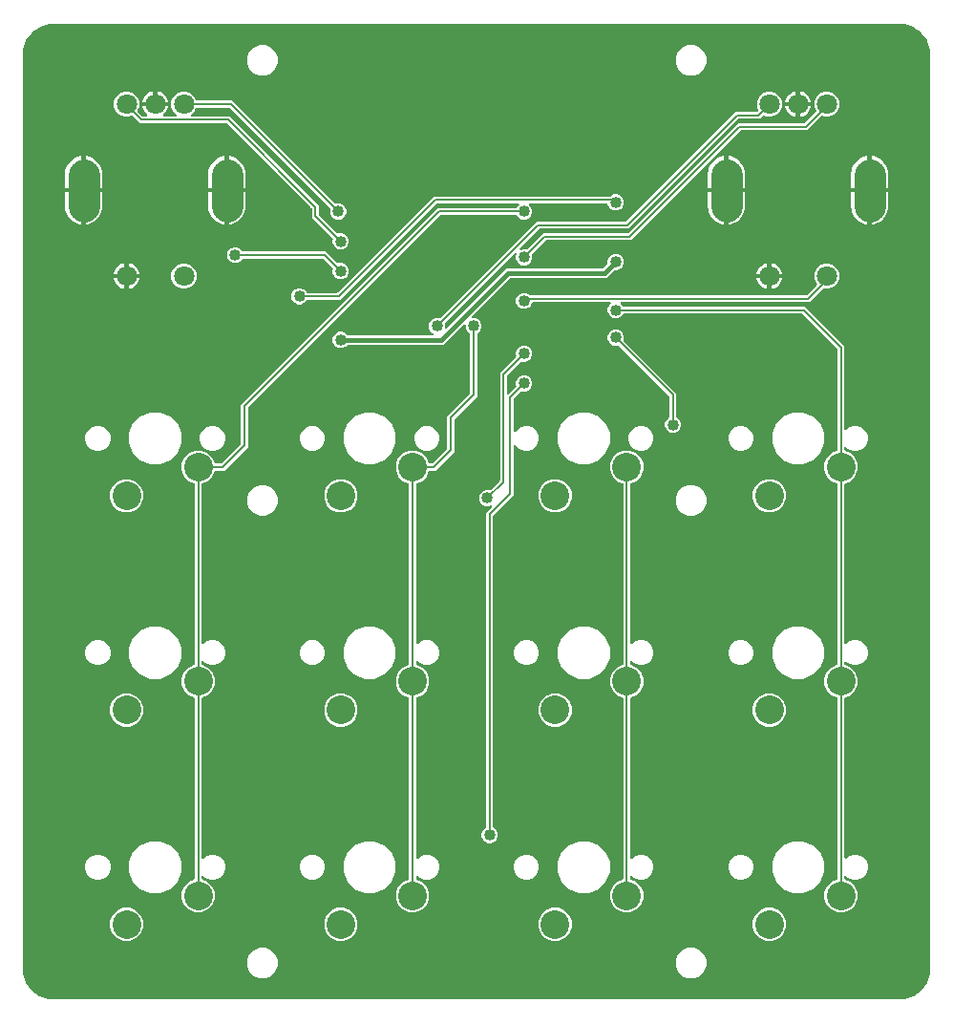
<source format=gbr>
G04 EAGLE Gerber RS-274X export*
G75*
%MOMM*%
%FSLAX34Y34*%
%LPD*%
%INTop Copper*%
%IPPOS*%
%AMOC8*
5,1,8,0,0,1.08239X$1,22.5*%
G01*
%ADD10C,2.540000*%
%ADD11C,1.800000*%
%ADD12C,2.800000*%
%ADD13C,0.203200*%
%ADD14C,1.016000*%
%ADD15C,0.406400*%

G36*
X780042Y2547D02*
X780042Y2547D01*
X780078Y2544D01*
X784218Y2870D01*
X784357Y2901D01*
X784448Y2915D01*
X792321Y5474D01*
X792323Y5475D01*
X792326Y5475D01*
X792356Y5491D01*
X792575Y5598D01*
X792587Y5609D01*
X792600Y5616D01*
X799297Y10482D01*
X799299Y10483D01*
X799301Y10484D01*
X799326Y10509D01*
X799500Y10678D01*
X799508Y10692D01*
X799518Y10703D01*
X804384Y17400D01*
X804386Y17402D01*
X804387Y17404D01*
X804403Y17435D01*
X804516Y17649D01*
X804520Y17665D01*
X804526Y17679D01*
X807085Y25552D01*
X807109Y25693D01*
X807130Y25782D01*
X807456Y29922D01*
X807454Y29963D01*
X807459Y30000D01*
X807459Y840000D01*
X807453Y840042D01*
X807456Y840078D01*
X807130Y844218D01*
X807099Y844357D01*
X807085Y844448D01*
X804526Y852321D01*
X804525Y852323D01*
X804525Y852326D01*
X804509Y852356D01*
X804402Y852575D01*
X804391Y852587D01*
X804384Y852600D01*
X799518Y859297D01*
X799517Y859299D01*
X799516Y859301D01*
X799491Y859326D01*
X799322Y859500D01*
X799308Y859508D01*
X799297Y859518D01*
X792600Y864384D01*
X792598Y864386D01*
X792596Y864387D01*
X792565Y864403D01*
X792351Y864516D01*
X792335Y864520D01*
X792321Y864526D01*
X784448Y867085D01*
X784307Y867109D01*
X784218Y867130D01*
X780078Y867456D01*
X780037Y867454D01*
X780000Y867459D01*
X30000Y867459D01*
X29958Y867453D01*
X29922Y867456D01*
X25782Y867130D01*
X25643Y867099D01*
X25552Y867085D01*
X17679Y864526D01*
X17677Y864525D01*
X17674Y864525D01*
X17644Y864509D01*
X17425Y864402D01*
X17413Y864391D01*
X17400Y864384D01*
X10703Y859518D01*
X10701Y859517D01*
X10699Y859516D01*
X10674Y859491D01*
X10500Y859322D01*
X10492Y859308D01*
X10482Y859297D01*
X5616Y852600D01*
X5614Y852598D01*
X5613Y852596D01*
X5597Y852565D01*
X5484Y852351D01*
X5480Y852335D01*
X5474Y852321D01*
X2915Y844448D01*
X2891Y844307D01*
X2870Y844218D01*
X2544Y840078D01*
X2546Y840037D01*
X2541Y840000D01*
X2541Y30000D01*
X2547Y29959D01*
X2544Y29922D01*
X2870Y25782D01*
X2901Y25643D01*
X2915Y25552D01*
X5474Y17679D01*
X5475Y17677D01*
X5475Y17674D01*
X5491Y17644D01*
X5598Y17425D01*
X5609Y17413D01*
X5616Y17400D01*
X10482Y10703D01*
X10483Y10701D01*
X10484Y10699D01*
X10509Y10674D01*
X10678Y10500D01*
X10692Y10492D01*
X10703Y10482D01*
X17400Y5616D01*
X17402Y5614D01*
X17404Y5613D01*
X17435Y5597D01*
X17649Y5484D01*
X17665Y5480D01*
X17679Y5474D01*
X25552Y2915D01*
X25693Y2891D01*
X25782Y2870D01*
X29922Y2544D01*
X29963Y2546D01*
X30000Y2541D01*
X780000Y2541D01*
X780042Y2547D01*
G37*
%LPC*%
G36*
X345169Y79867D02*
X345169Y79867D01*
X339755Y82110D01*
X335610Y86255D01*
X333367Y91669D01*
X333367Y97531D01*
X335610Y102945D01*
X339755Y107090D01*
X344434Y109028D01*
X344443Y109033D01*
X344452Y109036D01*
X344564Y109105D01*
X344677Y109172D01*
X344684Y109179D01*
X344692Y109184D01*
X344780Y109282D01*
X344870Y109378D01*
X344874Y109386D01*
X344881Y109393D01*
X344938Y109512D01*
X344998Y109629D01*
X345000Y109638D01*
X345004Y109647D01*
X345016Y109723D01*
X345050Y109906D01*
X345048Y109930D01*
X345051Y109951D01*
X345051Y269249D01*
X345050Y269258D01*
X345051Y269267D01*
X345030Y269397D01*
X345011Y269528D01*
X345008Y269536D01*
X345006Y269546D01*
X344949Y269665D01*
X344895Y269785D01*
X344889Y269792D01*
X344885Y269801D01*
X344797Y269899D01*
X344712Y269999D01*
X344704Y270004D01*
X344698Y270011D01*
X344632Y270051D01*
X344476Y270153D01*
X344453Y270161D01*
X344434Y270172D01*
X339755Y272110D01*
X335610Y276255D01*
X333367Y281669D01*
X333367Y287531D01*
X335610Y292945D01*
X339755Y297090D01*
X344434Y299028D01*
X344443Y299033D01*
X344452Y299036D01*
X344564Y299105D01*
X344677Y299172D01*
X344684Y299179D01*
X344692Y299184D01*
X344780Y299282D01*
X344870Y299378D01*
X344874Y299386D01*
X344881Y299393D01*
X344938Y299511D01*
X344998Y299629D01*
X345000Y299638D01*
X345004Y299647D01*
X345016Y299723D01*
X345050Y299906D01*
X345048Y299930D01*
X345051Y299951D01*
X345051Y459249D01*
X345050Y459258D01*
X345051Y459267D01*
X345043Y459318D01*
X345043Y459326D01*
X345040Y459338D01*
X345030Y459397D01*
X345011Y459528D01*
X345008Y459536D01*
X345006Y459546D01*
X344949Y459665D01*
X344895Y459785D01*
X344889Y459792D01*
X344885Y459801D01*
X344797Y459899D01*
X344712Y459999D01*
X344704Y460004D01*
X344698Y460011D01*
X344632Y460051D01*
X344476Y460153D01*
X344453Y460161D01*
X344434Y460172D01*
X339755Y462110D01*
X335610Y466255D01*
X333367Y471669D01*
X333367Y477531D01*
X335610Y482945D01*
X339755Y487090D01*
X345169Y489333D01*
X351031Y489333D01*
X356445Y487090D01*
X360590Y482945D01*
X362528Y478266D01*
X362533Y478257D01*
X362536Y478248D01*
X362605Y478136D01*
X362672Y478023D01*
X362679Y478016D01*
X362684Y478008D01*
X362782Y477920D01*
X362878Y477830D01*
X362886Y477826D01*
X362893Y477819D01*
X363011Y477762D01*
X363129Y477702D01*
X363138Y477700D01*
X363147Y477696D01*
X363223Y477684D01*
X363406Y477650D01*
X363430Y477652D01*
X363451Y477649D01*
X365227Y477649D01*
X365322Y477662D01*
X365418Y477667D01*
X365462Y477682D01*
X365506Y477689D01*
X365594Y477728D01*
X365685Y477760D01*
X365719Y477785D01*
X365763Y477805D01*
X365861Y477888D01*
X365934Y477941D01*
X378675Y490682D01*
X378732Y490759D01*
X378797Y490830D01*
X378817Y490871D01*
X378844Y490908D01*
X378878Y490998D01*
X378920Y491084D01*
X378926Y491126D01*
X378943Y491172D01*
X378953Y491299D01*
X378967Y491389D01*
X378967Y519423D01*
X398995Y539450D01*
X399008Y539468D01*
X399019Y539477D01*
X399046Y539518D01*
X399052Y539527D01*
X399117Y539598D01*
X399137Y539639D01*
X399164Y539676D01*
X399198Y539766D01*
X399240Y539852D01*
X399246Y539894D01*
X399263Y539940D01*
X399273Y540067D01*
X399287Y540157D01*
X399287Y592336D01*
X399286Y592346D01*
X399287Y592355D01*
X399266Y592485D01*
X399247Y592616D01*
X399244Y592624D01*
X399242Y592634D01*
X399185Y592753D01*
X399131Y592873D01*
X399125Y592880D01*
X399121Y592888D01*
X399033Y592987D01*
X398948Y593087D01*
X398940Y593092D01*
X398934Y593099D01*
X398868Y593139D01*
X398712Y593241D01*
X398689Y593248D01*
X398670Y593260D01*
X398307Y593410D01*
X396306Y595411D01*
X395223Y598025D01*
X395223Y600422D01*
X395219Y600454D01*
X395221Y600487D01*
X395199Y600593D01*
X395183Y600702D01*
X395170Y600731D01*
X395164Y600763D01*
X395112Y600859D01*
X395067Y600959D01*
X395046Y600983D01*
X395031Y601012D01*
X394955Y601090D01*
X394884Y601173D01*
X394857Y601191D01*
X394834Y601214D01*
X394739Y601267D01*
X394648Y601327D01*
X394617Y601337D01*
X394589Y601353D01*
X394482Y601378D01*
X394378Y601410D01*
X394346Y601410D01*
X394315Y601418D01*
X394205Y601412D01*
X394096Y601414D01*
X394065Y601405D01*
X394033Y601403D01*
X393930Y601367D01*
X393824Y601338D01*
X393797Y601321D01*
X393766Y601311D01*
X393693Y601258D01*
X393584Y601190D01*
X393552Y601154D01*
X393517Y601129D01*
X375572Y583183D01*
X290888Y583183D01*
X290793Y583170D01*
X290697Y583165D01*
X290654Y583150D01*
X290609Y583143D01*
X290521Y583104D01*
X290431Y583072D01*
X290396Y583047D01*
X290352Y583027D01*
X290255Y582944D01*
X290182Y582891D01*
X288509Y581218D01*
X285895Y580135D01*
X283065Y580135D01*
X280451Y581218D01*
X278450Y583219D01*
X277367Y585833D01*
X277367Y588663D01*
X278450Y591277D01*
X280451Y593278D01*
X283065Y594361D01*
X285895Y594361D01*
X288509Y593278D01*
X290182Y591605D01*
X290258Y591548D01*
X290330Y591483D01*
X290371Y591463D01*
X290407Y591436D01*
X290497Y591402D01*
X290584Y591360D01*
X290626Y591354D01*
X290671Y591337D01*
X290799Y591327D01*
X290888Y591313D01*
X365835Y591313D01*
X365921Y591325D01*
X366008Y591328D01*
X366060Y591345D01*
X366114Y591353D01*
X366193Y591388D01*
X366276Y591415D01*
X366321Y591446D01*
X366371Y591469D01*
X366437Y591525D01*
X366509Y591574D01*
X366544Y591616D01*
X366585Y591652D01*
X366633Y591725D01*
X366688Y591792D01*
X366710Y591842D01*
X366740Y591888D01*
X366765Y591971D01*
X366800Y592051D01*
X366806Y592105D01*
X366822Y592158D01*
X366823Y592245D01*
X366834Y592331D01*
X366825Y592385D01*
X366826Y592440D01*
X366803Y592524D01*
X366789Y592609D01*
X366765Y592659D01*
X366751Y592712D01*
X366705Y592786D01*
X366668Y592864D01*
X366632Y592905D01*
X366603Y592952D01*
X366538Y593010D01*
X366481Y593075D01*
X366437Y593101D01*
X366393Y593141D01*
X366291Y593190D01*
X366217Y593235D01*
X365795Y593410D01*
X363794Y595411D01*
X362711Y598025D01*
X362711Y600855D01*
X363794Y603469D01*
X365795Y605470D01*
X368409Y606553D01*
X371239Y606553D01*
X371602Y606402D01*
X371611Y606400D01*
X371620Y606395D01*
X371749Y606365D01*
X371875Y606332D01*
X371885Y606332D01*
X371894Y606330D01*
X372027Y606337D01*
X372157Y606341D01*
X372166Y606344D01*
X372176Y606345D01*
X372301Y606388D01*
X372425Y606429D01*
X372433Y606434D01*
X372442Y606437D01*
X372504Y606482D01*
X372658Y606587D01*
X372674Y606606D01*
X372691Y606619D01*
X455891Y689818D01*
X457969Y691897D01*
X536803Y691897D01*
X536898Y691910D01*
X536994Y691915D01*
X537038Y691930D01*
X537082Y691937D01*
X537170Y691976D01*
X537261Y692008D01*
X537295Y692033D01*
X537339Y692053D01*
X537437Y692136D01*
X537510Y692189D01*
X634753Y789433D01*
X653107Y789433D01*
X653202Y789446D01*
X653298Y789451D01*
X653342Y789466D01*
X653386Y789473D01*
X653474Y789512D01*
X653565Y789544D01*
X653599Y789569D01*
X653643Y789589D01*
X653741Y789672D01*
X653814Y789725D01*
X654421Y790333D01*
X654427Y790340D01*
X654434Y790346D01*
X654511Y790453D01*
X654590Y790558D01*
X654594Y790567D01*
X654599Y790575D01*
X654643Y790698D01*
X654690Y790822D01*
X654690Y790831D01*
X654694Y790840D01*
X654701Y790972D01*
X654712Y791103D01*
X654710Y791112D01*
X654710Y791122D01*
X654692Y791197D01*
X654654Y791379D01*
X654643Y791400D01*
X654638Y791422D01*
X653567Y794005D01*
X653567Y798395D01*
X655247Y802450D01*
X658350Y805553D01*
X662405Y807233D01*
X666795Y807233D01*
X670850Y805553D01*
X673953Y802450D01*
X675633Y798395D01*
X675633Y794005D01*
X673953Y789950D01*
X670850Y786847D01*
X666795Y785167D01*
X662405Y785167D01*
X659822Y786238D01*
X659812Y786240D01*
X659804Y786245D01*
X659675Y786275D01*
X659548Y786308D01*
X659539Y786307D01*
X659530Y786310D01*
X659397Y786303D01*
X659266Y786299D01*
X659257Y786296D01*
X659248Y786295D01*
X659123Y786252D01*
X658998Y786211D01*
X658990Y786206D01*
X658982Y786203D01*
X658919Y786157D01*
X658765Y786052D01*
X658750Y786034D01*
X658733Y786021D01*
X656047Y783335D01*
X637693Y783335D01*
X637598Y783322D01*
X637502Y783317D01*
X637458Y783302D01*
X637414Y783295D01*
X637326Y783256D01*
X637235Y783224D01*
X637201Y783199D01*
X637157Y783179D01*
X637059Y783096D01*
X636986Y783043D01*
X539743Y685799D01*
X460909Y685799D01*
X460814Y685786D01*
X460718Y685781D01*
X460674Y685766D01*
X460629Y685759D01*
X460542Y685720D01*
X460451Y685688D01*
X460417Y685663D01*
X460373Y685643D01*
X460275Y685560D01*
X460202Y685507D01*
X443344Y668649D01*
X443292Y668579D01*
X443233Y668516D01*
X443208Y668467D01*
X443175Y668423D01*
X443144Y668342D01*
X443105Y668265D01*
X443095Y668211D01*
X443076Y668159D01*
X443069Y668073D01*
X443053Y667988D01*
X443058Y667933D01*
X443054Y667878D01*
X443071Y667793D01*
X443080Y667707D01*
X443100Y667656D01*
X443111Y667602D01*
X443152Y667525D01*
X443184Y667445D01*
X443218Y667402D01*
X443244Y667353D01*
X443304Y667291D01*
X443358Y667222D01*
X443402Y667190D01*
X443441Y667151D01*
X443516Y667108D01*
X443586Y667057D01*
X443638Y667039D01*
X443686Y667012D01*
X443770Y666992D01*
X443852Y666963D01*
X443907Y666960D01*
X443960Y666947D01*
X444047Y666952D01*
X444134Y666946D01*
X444183Y666958D01*
X444242Y666961D01*
X444350Y666999D01*
X444433Y667019D01*
X445625Y667513D01*
X448455Y667513D01*
X448818Y667362D01*
X448827Y667360D01*
X448836Y667355D01*
X448965Y667325D01*
X449091Y667292D01*
X449101Y667292D01*
X449110Y667290D01*
X449243Y667297D01*
X449373Y667301D01*
X449382Y667304D01*
X449392Y667305D01*
X449517Y667348D01*
X449641Y667389D01*
X449649Y667394D01*
X449658Y667397D01*
X449720Y667442D01*
X449874Y667547D01*
X449890Y667566D01*
X449907Y667579D01*
X464065Y681737D01*
X538835Y681737D01*
X538930Y681750D01*
X539026Y681755D01*
X539070Y681770D01*
X539114Y681777D01*
X539202Y681816D01*
X539293Y681848D01*
X539327Y681873D01*
X539371Y681893D01*
X539469Y681976D01*
X539542Y682029D01*
X636785Y779273D01*
X695299Y779273D01*
X695394Y779286D01*
X695490Y779291D01*
X695534Y779306D01*
X695578Y779313D01*
X695666Y779352D01*
X695757Y779384D01*
X695791Y779409D01*
X695835Y779429D01*
X695933Y779512D01*
X696006Y779565D01*
X705676Y789235D01*
X705681Y789243D01*
X705689Y789249D01*
X705766Y789355D01*
X705845Y789461D01*
X705848Y789470D01*
X705854Y789477D01*
X705898Y789601D01*
X705944Y789725D01*
X705945Y789734D01*
X705948Y789743D01*
X705951Y789789D01*
X705953Y789796D01*
X705953Y789830D01*
X705956Y789874D01*
X705966Y790006D01*
X705964Y790015D01*
X705965Y790024D01*
X705956Y790059D01*
X705957Y790078D01*
X705934Y790159D01*
X705909Y790282D01*
X705897Y790303D01*
X705892Y790324D01*
X704367Y794005D01*
X704367Y798395D01*
X706047Y802450D01*
X709150Y805553D01*
X713205Y807233D01*
X717595Y807233D01*
X721650Y805553D01*
X724753Y802450D01*
X726433Y798395D01*
X726433Y794005D01*
X724753Y789950D01*
X721650Y786847D01*
X717595Y785167D01*
X713205Y785167D01*
X711719Y785783D01*
X711710Y785785D01*
X711701Y785790D01*
X711573Y785821D01*
X711446Y785853D01*
X711436Y785853D01*
X711427Y785855D01*
X711294Y785848D01*
X711164Y785844D01*
X711155Y785841D01*
X711145Y785841D01*
X711021Y785797D01*
X710896Y785757D01*
X710888Y785751D01*
X710879Y785748D01*
X710817Y785703D01*
X710663Y785598D01*
X710647Y785579D01*
X710630Y785566D01*
X698239Y773175D01*
X639725Y773175D01*
X639630Y773162D01*
X639534Y773157D01*
X639490Y773142D01*
X639446Y773135D01*
X639358Y773096D01*
X639267Y773064D01*
X639233Y773039D01*
X639189Y773019D01*
X639091Y772936D01*
X639018Y772883D01*
X541775Y675639D01*
X467005Y675639D01*
X466910Y675626D01*
X466814Y675621D01*
X466770Y675606D01*
X466726Y675599D01*
X466638Y675560D01*
X466547Y675528D01*
X466513Y675503D01*
X466469Y675483D01*
X466371Y675400D01*
X466298Y675347D01*
X454219Y663267D01*
X454213Y663260D01*
X454206Y663254D01*
X454128Y663147D01*
X454049Y663042D01*
X454046Y663033D01*
X454041Y663025D01*
X453997Y662902D01*
X453950Y662778D01*
X453949Y662768D01*
X453946Y662759D01*
X453938Y662628D01*
X453928Y662497D01*
X453930Y662487D01*
X453930Y662478D01*
X453948Y662403D01*
X453986Y662221D01*
X453997Y662199D01*
X454002Y662178D01*
X454153Y661815D01*
X454153Y658985D01*
X453070Y656371D01*
X451069Y654370D01*
X448455Y653287D01*
X445625Y653287D01*
X443011Y654370D01*
X441010Y656371D01*
X439927Y658985D01*
X439927Y661815D01*
X440421Y663007D01*
X440443Y663091D01*
X440473Y663172D01*
X440477Y663227D01*
X440491Y663280D01*
X440488Y663367D01*
X440495Y663453D01*
X440484Y663507D01*
X440482Y663562D01*
X440455Y663644D01*
X440437Y663729D01*
X440412Y663778D01*
X440395Y663830D01*
X440346Y663902D01*
X440305Y663978D01*
X440267Y664018D01*
X440236Y664063D01*
X440169Y664118D01*
X440108Y664180D01*
X440060Y664207D01*
X440018Y664242D01*
X439938Y664277D01*
X439863Y664319D01*
X439809Y664332D01*
X439759Y664354D01*
X439673Y664364D01*
X439588Y664384D01*
X439533Y664381D01*
X439479Y664388D01*
X439394Y664374D01*
X439307Y664370D01*
X439255Y664352D01*
X439201Y664343D01*
X439122Y664306D01*
X439040Y664277D01*
X438999Y664247D01*
X438946Y664222D01*
X438861Y664146D01*
X438791Y664096D01*
X377003Y602307D01*
X376997Y602300D01*
X376990Y602294D01*
X376912Y602187D01*
X376833Y602082D01*
X376830Y602073D01*
X376825Y602065D01*
X376781Y601942D01*
X376734Y601818D01*
X376733Y601808D01*
X376730Y601799D01*
X376722Y601668D01*
X376712Y601537D01*
X376714Y601527D01*
X376714Y601518D01*
X376732Y601443D01*
X376770Y601261D01*
X376781Y601239D01*
X376786Y601218D01*
X376937Y600855D01*
X376937Y598458D01*
X376941Y598426D01*
X376939Y598393D01*
X376961Y598287D01*
X376977Y598178D01*
X376990Y598149D01*
X376996Y598117D01*
X377048Y598021D01*
X377093Y597921D01*
X377114Y597897D01*
X377129Y597868D01*
X377205Y597790D01*
X377276Y597707D01*
X377303Y597689D01*
X377326Y597666D01*
X377421Y597613D01*
X377512Y597553D01*
X377543Y597543D01*
X377571Y597527D01*
X377678Y597502D01*
X377782Y597470D01*
X377814Y597470D01*
X377845Y597462D01*
X377955Y597468D01*
X378064Y597466D01*
X378095Y597475D01*
X378127Y597477D01*
X378230Y597513D01*
X378336Y597542D01*
X378363Y597559D01*
X378394Y597569D01*
X378467Y597622D01*
X378576Y597690D01*
X378608Y597726D01*
X378643Y597751D01*
X428459Y647567D01*
X431132Y650241D01*
X516062Y650241D01*
X516157Y650254D01*
X516254Y650259D01*
X516297Y650274D01*
X516342Y650281D01*
X516429Y650320D01*
X516520Y650352D01*
X516554Y650377D01*
X516599Y650397D01*
X516696Y650480D01*
X516769Y650533D01*
X520915Y654679D01*
X520972Y654756D01*
X521037Y654827D01*
X521057Y654868D01*
X521084Y654905D01*
X521118Y654995D01*
X521160Y655081D01*
X521166Y655123D01*
X521183Y655168D01*
X521193Y655296D01*
X521207Y655386D01*
X521207Y657751D01*
X522290Y660365D01*
X524291Y662366D01*
X526905Y663449D01*
X529735Y663449D01*
X532349Y662366D01*
X534350Y660365D01*
X535433Y657751D01*
X535433Y654921D01*
X534350Y652307D01*
X532349Y650306D01*
X529735Y649223D01*
X527370Y649223D01*
X527275Y649210D01*
X527178Y649205D01*
X527135Y649190D01*
X527090Y649183D01*
X527003Y649144D01*
X526912Y649112D01*
X526878Y649087D01*
X526833Y649067D01*
X526736Y648984D01*
X526663Y648931D01*
X519844Y642111D01*
X434914Y642111D01*
X434819Y642098D01*
X434722Y642093D01*
X434679Y642078D01*
X434634Y642071D01*
X434547Y642032D01*
X434456Y642000D01*
X434422Y641975D01*
X434377Y641955D01*
X434280Y641872D01*
X434207Y641819D01*
X400647Y608259D01*
X400628Y608233D01*
X400603Y608212D01*
X400543Y608120D01*
X400478Y608033D01*
X400466Y608003D01*
X400449Y607976D01*
X400417Y607871D01*
X400378Y607769D01*
X400376Y607737D01*
X400366Y607706D01*
X400365Y607597D01*
X400356Y607488D01*
X400363Y607456D01*
X400362Y607424D01*
X400392Y607319D01*
X400414Y607212D01*
X400429Y607183D01*
X400438Y607152D01*
X400495Y607059D01*
X400546Y606963D01*
X400569Y606940D01*
X400586Y606912D01*
X400667Y606839D01*
X400743Y606761D01*
X400771Y606745D01*
X400795Y606723D01*
X400893Y606676D01*
X400989Y606622D01*
X401020Y606614D01*
X401049Y606600D01*
X401138Y606586D01*
X401263Y606557D01*
X401311Y606559D01*
X401354Y606553D01*
X403751Y606553D01*
X406365Y605470D01*
X408366Y603469D01*
X409449Y600855D01*
X409449Y598025D01*
X408366Y595411D01*
X406365Y593410D01*
X406002Y593260D01*
X405993Y593255D01*
X405984Y593252D01*
X405872Y593183D01*
X405759Y593116D01*
X405752Y593109D01*
X405744Y593104D01*
X405656Y593006D01*
X405566Y592910D01*
X405562Y592902D01*
X405555Y592895D01*
X405498Y592776D01*
X405438Y592659D01*
X405436Y592650D01*
X405432Y592641D01*
X405420Y592565D01*
X405386Y592382D01*
X405388Y592358D01*
X405385Y592336D01*
X405385Y537217D01*
X385357Y517190D01*
X385300Y517113D01*
X385235Y517042D01*
X385215Y517001D01*
X385188Y516964D01*
X385154Y516874D01*
X385112Y516788D01*
X385106Y516746D01*
X385089Y516700D01*
X385079Y516573D01*
X385065Y516483D01*
X385065Y488449D01*
X368167Y471551D01*
X363451Y471551D01*
X363442Y471550D01*
X363433Y471551D01*
X363303Y471530D01*
X363172Y471511D01*
X363164Y471508D01*
X363154Y471506D01*
X363035Y471449D01*
X362915Y471395D01*
X362908Y471389D01*
X362899Y471385D01*
X362801Y471297D01*
X362701Y471212D01*
X362696Y471204D01*
X362689Y471198D01*
X362649Y471132D01*
X362547Y470976D01*
X362539Y470953D01*
X362528Y470934D01*
X360590Y466255D01*
X356445Y462110D01*
X351766Y460172D01*
X351757Y460167D01*
X351748Y460164D01*
X351636Y460095D01*
X351523Y460028D01*
X351516Y460021D01*
X351508Y460016D01*
X351420Y459918D01*
X351330Y459822D01*
X351326Y459814D01*
X351319Y459807D01*
X351262Y459689D01*
X351202Y459571D01*
X351200Y459562D01*
X351196Y459553D01*
X351184Y459477D01*
X351161Y459353D01*
X351161Y459352D01*
X351150Y459294D01*
X351152Y459270D01*
X351149Y459249D01*
X351149Y318375D01*
X351153Y318343D01*
X351151Y318311D01*
X351173Y318204D01*
X351189Y318096D01*
X351202Y318066D01*
X351208Y318035D01*
X351260Y317939D01*
X351305Y317839D01*
X351326Y317814D01*
X351341Y317786D01*
X351417Y317708D01*
X351488Y317625D01*
X351515Y317607D01*
X351538Y317584D01*
X351633Y317530D01*
X351724Y317470D01*
X351755Y317461D01*
X351783Y317445D01*
X351889Y317420D01*
X351994Y317388D01*
X352026Y317387D01*
X352057Y317380D01*
X352167Y317385D01*
X352276Y317384D01*
X352307Y317393D01*
X352339Y317394D01*
X352442Y317430D01*
X352548Y317459D01*
X352575Y317476D01*
X352606Y317487D01*
X352679Y317540D01*
X352788Y317607D01*
X352820Y317643D01*
X352855Y317669D01*
X354546Y319360D01*
X358604Y321041D01*
X362996Y321041D01*
X367054Y319360D01*
X370160Y316254D01*
X371841Y312196D01*
X371841Y307804D01*
X370160Y303746D01*
X367054Y300640D01*
X362996Y298959D01*
X358604Y298959D01*
X354546Y300640D01*
X352855Y302331D01*
X352829Y302351D01*
X352808Y302375D01*
X352716Y302435D01*
X352629Y302501D01*
X352599Y302512D01*
X352572Y302530D01*
X352467Y302562D01*
X352365Y302600D01*
X352333Y302603D01*
X352302Y302612D01*
X352193Y302614D01*
X352084Y302622D01*
X352052Y302616D01*
X352020Y302616D01*
X351915Y302587D01*
X351808Y302564D01*
X351779Y302549D01*
X351748Y302541D01*
X351655Y302483D01*
X351559Y302432D01*
X351536Y302410D01*
X351508Y302393D01*
X351435Y302312D01*
X351357Y302235D01*
X351341Y302207D01*
X351319Y302183D01*
X351272Y302085D01*
X351218Y301990D01*
X351210Y301958D01*
X351196Y301930D01*
X351182Y301840D01*
X351153Y301715D01*
X351155Y301667D01*
X351149Y301625D01*
X351149Y299951D01*
X351150Y299942D01*
X351149Y299933D01*
X351170Y299803D01*
X351189Y299672D01*
X351192Y299664D01*
X351194Y299654D01*
X351251Y299535D01*
X351305Y299415D01*
X351311Y299408D01*
X351315Y299399D01*
X351403Y299301D01*
X351488Y299201D01*
X351496Y299196D01*
X351502Y299189D01*
X351568Y299149D01*
X351724Y299047D01*
X351747Y299039D01*
X351766Y299028D01*
X356445Y297090D01*
X360590Y292945D01*
X362833Y287531D01*
X362833Y281669D01*
X360590Y276255D01*
X356445Y272110D01*
X351766Y270172D01*
X351757Y270167D01*
X351748Y270164D01*
X351636Y270095D01*
X351523Y270028D01*
X351516Y270021D01*
X351508Y270016D01*
X351420Y269918D01*
X351330Y269822D01*
X351326Y269814D01*
X351319Y269807D01*
X351262Y269689D01*
X351202Y269571D01*
X351200Y269562D01*
X351196Y269553D01*
X351184Y269477D01*
X351150Y269294D01*
X351152Y269270D01*
X351149Y269249D01*
X351149Y128375D01*
X351153Y128343D01*
X351151Y128311D01*
X351173Y128204D01*
X351189Y128096D01*
X351202Y128066D01*
X351208Y128035D01*
X351260Y127939D01*
X351305Y127839D01*
X351326Y127814D01*
X351341Y127786D01*
X351417Y127708D01*
X351488Y127625D01*
X351515Y127607D01*
X351538Y127584D01*
X351633Y127530D01*
X351724Y127470D01*
X351755Y127461D01*
X351783Y127445D01*
X351889Y127420D01*
X351994Y127388D01*
X352026Y127387D01*
X352057Y127380D01*
X352167Y127385D01*
X352276Y127384D01*
X352307Y127393D01*
X352339Y127394D01*
X352442Y127430D01*
X352548Y127459D01*
X352575Y127476D01*
X352606Y127487D01*
X352679Y127540D01*
X352788Y127607D01*
X352820Y127643D01*
X352855Y127669D01*
X354546Y129360D01*
X358604Y131041D01*
X362996Y131041D01*
X367054Y129360D01*
X370160Y126254D01*
X371841Y122196D01*
X371841Y117804D01*
X370160Y113746D01*
X367054Y110640D01*
X362996Y108959D01*
X358604Y108959D01*
X354546Y110640D01*
X352855Y112331D01*
X352829Y112351D01*
X352808Y112375D01*
X352716Y112435D01*
X352629Y112501D01*
X352599Y112512D01*
X352572Y112530D01*
X352467Y112562D01*
X352365Y112600D01*
X352333Y112603D01*
X352302Y112612D01*
X352193Y112614D01*
X352084Y112622D01*
X352052Y112616D01*
X352020Y112616D01*
X351915Y112587D01*
X351808Y112564D01*
X351779Y112549D01*
X351748Y112541D01*
X351655Y112483D01*
X351559Y112432D01*
X351536Y112410D01*
X351508Y112393D01*
X351435Y112312D01*
X351357Y112235D01*
X351341Y112207D01*
X351319Y112183D01*
X351272Y112085D01*
X351218Y111990D01*
X351210Y111958D01*
X351196Y111930D01*
X351182Y111840D01*
X351153Y111715D01*
X351155Y111667D01*
X351149Y111625D01*
X351149Y109951D01*
X351150Y109942D01*
X351149Y109933D01*
X351170Y109803D01*
X351189Y109672D01*
X351192Y109664D01*
X351194Y109654D01*
X351251Y109535D01*
X351305Y109415D01*
X351311Y109408D01*
X351315Y109400D01*
X351403Y109301D01*
X351488Y109201D01*
X351496Y109196D01*
X351502Y109189D01*
X351568Y109149D01*
X351724Y109047D01*
X351747Y109040D01*
X351766Y109028D01*
X356445Y107090D01*
X360590Y102945D01*
X362833Y97531D01*
X362833Y91669D01*
X360590Y86255D01*
X356445Y82110D01*
X351031Y79867D01*
X345169Y79867D01*
G37*
%LPD*%
%LPC*%
G36*
X155169Y79867D02*
X155169Y79867D01*
X149755Y82110D01*
X145610Y86255D01*
X143367Y91669D01*
X143367Y97531D01*
X145610Y102945D01*
X149755Y107090D01*
X154434Y109028D01*
X154443Y109033D01*
X154452Y109036D01*
X154564Y109105D01*
X154677Y109172D01*
X154684Y109179D01*
X154692Y109184D01*
X154780Y109282D01*
X154870Y109378D01*
X154874Y109386D01*
X154881Y109393D01*
X154938Y109511D01*
X154998Y109629D01*
X155000Y109638D01*
X155004Y109647D01*
X155016Y109723D01*
X155050Y109906D01*
X155048Y109930D01*
X155051Y109951D01*
X155051Y269249D01*
X155050Y269258D01*
X155051Y269267D01*
X155030Y269397D01*
X155011Y269528D01*
X155008Y269536D01*
X155006Y269546D01*
X154949Y269665D01*
X154895Y269785D01*
X154889Y269792D01*
X154885Y269801D01*
X154797Y269899D01*
X154712Y269999D01*
X154704Y270004D01*
X154698Y270011D01*
X154632Y270051D01*
X154476Y270153D01*
X154453Y270161D01*
X154434Y270172D01*
X149755Y272110D01*
X145610Y276255D01*
X143367Y281669D01*
X143367Y287531D01*
X145610Y292945D01*
X149755Y297090D01*
X154434Y299028D01*
X154443Y299033D01*
X154452Y299036D01*
X154564Y299105D01*
X154677Y299172D01*
X154684Y299179D01*
X154692Y299184D01*
X154780Y299282D01*
X154870Y299378D01*
X154874Y299386D01*
X154881Y299393D01*
X154938Y299511D01*
X154998Y299629D01*
X155000Y299638D01*
X155004Y299647D01*
X155016Y299723D01*
X155050Y299906D01*
X155048Y299930D01*
X155051Y299951D01*
X155051Y459249D01*
X155050Y459258D01*
X155051Y459267D01*
X155043Y459318D01*
X155043Y459326D01*
X155040Y459338D01*
X155030Y459397D01*
X155011Y459528D01*
X155008Y459536D01*
X155006Y459546D01*
X154949Y459665D01*
X154895Y459785D01*
X154889Y459792D01*
X154885Y459800D01*
X154797Y459899D01*
X154712Y459999D01*
X154704Y460004D01*
X154698Y460011D01*
X154632Y460051D01*
X154476Y460153D01*
X154453Y460160D01*
X154434Y460172D01*
X149755Y462110D01*
X145610Y466255D01*
X143367Y471669D01*
X143367Y477531D01*
X145610Y482945D01*
X149755Y487090D01*
X155169Y489333D01*
X161031Y489333D01*
X166445Y487090D01*
X170590Y482945D01*
X172528Y478266D01*
X172533Y478257D01*
X172536Y478248D01*
X172605Y478136D01*
X172672Y478023D01*
X172679Y478016D01*
X172684Y478008D01*
X172782Y477920D01*
X172878Y477830D01*
X172886Y477826D01*
X172893Y477819D01*
X173012Y477762D01*
X173129Y477702D01*
X173138Y477700D01*
X173147Y477696D01*
X173223Y477684D01*
X173406Y477650D01*
X173430Y477652D01*
X173451Y477649D01*
X178283Y477649D01*
X178378Y477662D01*
X178474Y477667D01*
X178518Y477682D01*
X178562Y477689D01*
X178650Y477728D01*
X178741Y477760D01*
X178775Y477785D01*
X178819Y477805D01*
X178917Y477888D01*
X178990Y477941D01*
X195795Y494746D01*
X195852Y494823D01*
X195917Y494894D01*
X195937Y494935D01*
X195964Y494972D01*
X195998Y495062D01*
X196040Y495148D01*
X196046Y495190D01*
X196063Y495236D01*
X196073Y495363D01*
X196087Y495453D01*
X196087Y529583D01*
X370593Y704089D01*
X439936Y704089D01*
X439946Y704090D01*
X439955Y704089D01*
X440085Y704110D01*
X440216Y704129D01*
X440224Y704132D01*
X440234Y704134D01*
X440353Y704191D01*
X440473Y704245D01*
X440480Y704251D01*
X440488Y704255D01*
X440587Y704343D01*
X440687Y704428D01*
X440692Y704436D01*
X440699Y704442D01*
X440739Y704508D01*
X440841Y704664D01*
X440848Y704687D01*
X440860Y704706D01*
X441010Y705069D01*
X442387Y706445D01*
X442406Y706471D01*
X442430Y706492D01*
X442490Y706584D01*
X442556Y706671D01*
X442567Y706701D01*
X442585Y706728D01*
X442617Y706833D01*
X442655Y706935D01*
X442658Y706967D01*
X442667Y706998D01*
X442669Y707107D01*
X442677Y707216D01*
X442671Y707248D01*
X442671Y707280D01*
X442642Y707385D01*
X442620Y707492D01*
X442604Y707521D01*
X442596Y707552D01*
X442538Y707645D01*
X442487Y707741D01*
X442465Y707764D01*
X442448Y707792D01*
X442367Y707865D01*
X442290Y707943D01*
X442262Y707959D01*
X442238Y707981D01*
X442140Y708028D01*
X442045Y708082D01*
X442014Y708090D01*
X441985Y708104D01*
X441895Y708118D01*
X441770Y708147D01*
X441722Y708145D01*
X441680Y708151D01*
X369817Y708151D01*
X369722Y708138D01*
X369626Y708133D01*
X369583Y708118D01*
X369538Y708111D01*
X369451Y708072D01*
X369360Y708040D01*
X369325Y708015D01*
X369281Y707995D01*
X369184Y707912D01*
X369111Y707859D01*
X284059Y622807D01*
X255008Y622807D01*
X254998Y622806D01*
X254989Y622807D01*
X254859Y622786D01*
X254728Y622767D01*
X254720Y622764D01*
X254710Y622762D01*
X254591Y622705D01*
X254471Y622651D01*
X254464Y622645D01*
X254456Y622641D01*
X254357Y622553D01*
X254257Y622468D01*
X254252Y622460D01*
X254245Y622454D01*
X254205Y622388D01*
X254103Y622232D01*
X254096Y622209D01*
X254084Y622190D01*
X253934Y621827D01*
X251933Y619826D01*
X249319Y618743D01*
X246489Y618743D01*
X243875Y619826D01*
X241874Y621827D01*
X240791Y624441D01*
X240791Y627271D01*
X241874Y629885D01*
X243875Y631886D01*
X246489Y632969D01*
X249319Y632969D01*
X251933Y631886D01*
X253934Y629885D01*
X254084Y629522D01*
X254089Y629513D01*
X254092Y629504D01*
X254161Y629392D01*
X254228Y629279D01*
X254235Y629272D01*
X254240Y629264D01*
X254338Y629176D01*
X254434Y629086D01*
X254442Y629082D01*
X254449Y629075D01*
X254568Y629018D01*
X254685Y628958D01*
X254694Y628956D01*
X254703Y628952D01*
X254779Y628940D01*
X254962Y628906D01*
X254986Y628908D01*
X255008Y628905D01*
X281120Y628905D01*
X281215Y628918D01*
X281311Y628923D01*
X281354Y628938D01*
X281399Y628945D01*
X281487Y628984D01*
X281577Y629016D01*
X281612Y629041D01*
X281656Y629061D01*
X281753Y629144D01*
X281826Y629197D01*
X366878Y714249D01*
X522928Y714249D01*
X523023Y714262D01*
X523119Y714267D01*
X523162Y714282D01*
X523207Y714289D01*
X523295Y714328D01*
X523385Y714360D01*
X523420Y714385D01*
X523464Y714405D01*
X523561Y714488D01*
X523634Y714541D01*
X524291Y715198D01*
X526905Y716281D01*
X529735Y716281D01*
X532349Y715198D01*
X534350Y713197D01*
X535433Y710583D01*
X535433Y707753D01*
X534350Y705139D01*
X532349Y703138D01*
X529735Y702055D01*
X526905Y702055D01*
X524291Y703138D01*
X522290Y705139D01*
X521298Y707534D01*
X521293Y707543D01*
X521291Y707552D01*
X521221Y707664D01*
X521154Y707777D01*
X521147Y707784D01*
X521142Y707792D01*
X521044Y707880D01*
X520949Y707970D01*
X520940Y707974D01*
X520933Y707981D01*
X520815Y708038D01*
X520697Y708098D01*
X520688Y708100D01*
X520679Y708104D01*
X520603Y708116D01*
X520420Y708150D01*
X520396Y708148D01*
X520375Y708151D01*
X452400Y708151D01*
X452368Y708147D01*
X452336Y708149D01*
X452229Y708127D01*
X452121Y708111D01*
X452091Y708098D01*
X452060Y708092D01*
X451963Y708040D01*
X451864Y707995D01*
X451839Y707974D01*
X451811Y707959D01*
X451733Y707883D01*
X451650Y707812D01*
X451632Y707785D01*
X451609Y707762D01*
X451555Y707667D01*
X451495Y707576D01*
X451486Y707545D01*
X451470Y707517D01*
X451445Y707411D01*
X451413Y707306D01*
X451412Y707274D01*
X451405Y707243D01*
X451410Y707133D01*
X451409Y707024D01*
X451418Y706993D01*
X451419Y706961D01*
X451455Y706858D01*
X451484Y706752D01*
X451501Y706725D01*
X451512Y706694D01*
X451565Y706621D01*
X451632Y706512D01*
X451668Y706480D01*
X451693Y706445D01*
X453070Y705069D01*
X454153Y702455D01*
X454153Y699625D01*
X453070Y697011D01*
X451069Y695010D01*
X448455Y693927D01*
X445625Y693927D01*
X443011Y695010D01*
X441010Y697011D01*
X440860Y697374D01*
X440855Y697383D01*
X440852Y697392D01*
X440783Y697504D01*
X440716Y697617D01*
X440709Y697624D01*
X440704Y697632D01*
X440606Y697720D01*
X440510Y697810D01*
X440502Y697814D01*
X440495Y697821D01*
X440376Y697878D01*
X440259Y697938D01*
X440250Y697940D01*
X440241Y697944D01*
X440165Y697956D01*
X439982Y697990D01*
X439958Y697988D01*
X439936Y697991D01*
X373533Y697991D01*
X373438Y697978D01*
X373342Y697973D01*
X373298Y697958D01*
X373254Y697951D01*
X373166Y697912D01*
X373075Y697880D01*
X373041Y697855D01*
X372997Y697835D01*
X372899Y697752D01*
X372826Y697699D01*
X202477Y527350D01*
X202420Y527273D01*
X202355Y527202D01*
X202335Y527161D01*
X202308Y527124D01*
X202274Y527034D01*
X202232Y526948D01*
X202226Y526906D01*
X202209Y526860D01*
X202199Y526733D01*
X202185Y526643D01*
X202185Y492513D01*
X181223Y471551D01*
X173451Y471551D01*
X173442Y471550D01*
X173433Y471551D01*
X173303Y471530D01*
X173172Y471511D01*
X173164Y471508D01*
X173154Y471506D01*
X173035Y471449D01*
X172915Y471395D01*
X172908Y471389D01*
X172900Y471385D01*
X172801Y471297D01*
X172701Y471212D01*
X172696Y471204D01*
X172689Y471198D01*
X172649Y471132D01*
X172547Y470976D01*
X172540Y470953D01*
X172528Y470934D01*
X170590Y466255D01*
X166445Y462110D01*
X161766Y460172D01*
X161757Y460167D01*
X161748Y460164D01*
X161636Y460095D01*
X161523Y460028D01*
X161516Y460021D01*
X161508Y460016D01*
X161420Y459918D01*
X161330Y459822D01*
X161326Y459814D01*
X161319Y459807D01*
X161262Y459688D01*
X161202Y459571D01*
X161200Y459562D01*
X161196Y459553D01*
X161184Y459477D01*
X161161Y459353D01*
X161161Y459352D01*
X161150Y459294D01*
X161152Y459270D01*
X161149Y459249D01*
X161149Y318375D01*
X161153Y318343D01*
X161151Y318311D01*
X161173Y318204D01*
X161189Y318096D01*
X161202Y318066D01*
X161208Y318035D01*
X161260Y317939D01*
X161305Y317839D01*
X161326Y317814D01*
X161341Y317786D01*
X161417Y317708D01*
X161488Y317625D01*
X161515Y317607D01*
X161538Y317584D01*
X161633Y317530D01*
X161724Y317470D01*
X161755Y317461D01*
X161783Y317445D01*
X161889Y317420D01*
X161994Y317388D01*
X162026Y317387D01*
X162057Y317380D01*
X162167Y317385D01*
X162276Y317384D01*
X162307Y317393D01*
X162339Y317394D01*
X162442Y317430D01*
X162548Y317459D01*
X162575Y317476D01*
X162606Y317487D01*
X162679Y317540D01*
X162788Y317607D01*
X162820Y317643D01*
X162855Y317669D01*
X164546Y319360D01*
X168604Y321041D01*
X172996Y321041D01*
X177054Y319360D01*
X180160Y316254D01*
X181841Y312196D01*
X181841Y307804D01*
X180160Y303746D01*
X177054Y300640D01*
X172996Y298959D01*
X168604Y298959D01*
X164546Y300640D01*
X162855Y302331D01*
X162829Y302351D01*
X162808Y302375D01*
X162716Y302435D01*
X162629Y302501D01*
X162599Y302512D01*
X162572Y302530D01*
X162467Y302562D01*
X162365Y302600D01*
X162333Y302603D01*
X162302Y302612D01*
X162193Y302614D01*
X162084Y302622D01*
X162052Y302616D01*
X162020Y302616D01*
X161915Y302587D01*
X161808Y302564D01*
X161779Y302549D01*
X161748Y302541D01*
X161655Y302483D01*
X161559Y302432D01*
X161536Y302410D01*
X161508Y302393D01*
X161435Y302312D01*
X161357Y302235D01*
X161341Y302207D01*
X161319Y302183D01*
X161272Y302085D01*
X161218Y301990D01*
X161210Y301958D01*
X161196Y301930D01*
X161182Y301840D01*
X161153Y301715D01*
X161155Y301667D01*
X161149Y301625D01*
X161149Y299951D01*
X161150Y299942D01*
X161149Y299933D01*
X161170Y299803D01*
X161189Y299672D01*
X161192Y299664D01*
X161194Y299654D01*
X161251Y299535D01*
X161305Y299415D01*
X161311Y299408D01*
X161315Y299399D01*
X161403Y299301D01*
X161488Y299201D01*
X161496Y299196D01*
X161502Y299189D01*
X161568Y299149D01*
X161724Y299047D01*
X161747Y299039D01*
X161766Y299028D01*
X166445Y297090D01*
X170590Y292945D01*
X172833Y287531D01*
X172833Y281669D01*
X170590Y276255D01*
X166445Y272110D01*
X161766Y270172D01*
X161757Y270167D01*
X161748Y270164D01*
X161636Y270095D01*
X161523Y270028D01*
X161516Y270021D01*
X161508Y270016D01*
X161420Y269918D01*
X161330Y269822D01*
X161326Y269814D01*
X161319Y269807D01*
X161262Y269689D01*
X161202Y269571D01*
X161200Y269562D01*
X161196Y269553D01*
X161184Y269477D01*
X161150Y269294D01*
X161152Y269270D01*
X161149Y269249D01*
X161149Y128375D01*
X161153Y128343D01*
X161151Y128311D01*
X161173Y128204D01*
X161189Y128096D01*
X161202Y128066D01*
X161208Y128035D01*
X161260Y127939D01*
X161305Y127839D01*
X161326Y127814D01*
X161341Y127786D01*
X161417Y127708D01*
X161488Y127625D01*
X161515Y127607D01*
X161538Y127584D01*
X161633Y127530D01*
X161724Y127470D01*
X161755Y127461D01*
X161783Y127445D01*
X161889Y127420D01*
X161994Y127388D01*
X162026Y127387D01*
X162057Y127380D01*
X162167Y127385D01*
X162276Y127384D01*
X162307Y127393D01*
X162339Y127394D01*
X162442Y127430D01*
X162548Y127459D01*
X162575Y127476D01*
X162606Y127487D01*
X162679Y127540D01*
X162788Y127607D01*
X162820Y127643D01*
X162855Y127669D01*
X164546Y129360D01*
X168604Y131041D01*
X172996Y131041D01*
X177054Y129360D01*
X180160Y126254D01*
X181841Y122196D01*
X181841Y117804D01*
X180160Y113746D01*
X177054Y110640D01*
X172996Y108959D01*
X168604Y108959D01*
X164546Y110640D01*
X162855Y112331D01*
X162829Y112351D01*
X162808Y112375D01*
X162716Y112435D01*
X162629Y112501D01*
X162599Y112512D01*
X162572Y112530D01*
X162467Y112562D01*
X162365Y112600D01*
X162333Y112603D01*
X162302Y112612D01*
X162193Y112614D01*
X162084Y112622D01*
X162052Y112616D01*
X162020Y112616D01*
X161915Y112587D01*
X161808Y112564D01*
X161779Y112549D01*
X161748Y112541D01*
X161655Y112483D01*
X161559Y112432D01*
X161536Y112410D01*
X161508Y112393D01*
X161435Y112312D01*
X161357Y112235D01*
X161341Y112207D01*
X161319Y112183D01*
X161272Y112085D01*
X161218Y111990D01*
X161210Y111958D01*
X161196Y111930D01*
X161182Y111840D01*
X161153Y111715D01*
X161155Y111667D01*
X161149Y111625D01*
X161149Y109951D01*
X161150Y109942D01*
X161149Y109933D01*
X161170Y109803D01*
X161189Y109672D01*
X161192Y109664D01*
X161194Y109654D01*
X161251Y109535D01*
X161305Y109415D01*
X161311Y109408D01*
X161315Y109399D01*
X161403Y109301D01*
X161488Y109201D01*
X161496Y109196D01*
X161502Y109189D01*
X161568Y109149D01*
X161724Y109047D01*
X161747Y109039D01*
X161766Y109028D01*
X166445Y107090D01*
X170590Y102945D01*
X172833Y97531D01*
X172833Y91669D01*
X170590Y86255D01*
X166445Y82110D01*
X161031Y79867D01*
X155169Y79867D01*
G37*
%LPD*%
%LPC*%
G36*
X725169Y79867D02*
X725169Y79867D01*
X719755Y82110D01*
X715610Y86255D01*
X713367Y91669D01*
X713367Y97531D01*
X715610Y102945D01*
X719755Y107090D01*
X724434Y109028D01*
X724443Y109033D01*
X724452Y109036D01*
X724564Y109105D01*
X724677Y109172D01*
X724684Y109179D01*
X724692Y109184D01*
X724780Y109282D01*
X724870Y109378D01*
X724874Y109386D01*
X724881Y109393D01*
X724938Y109511D01*
X724998Y109629D01*
X725000Y109638D01*
X725004Y109647D01*
X725016Y109723D01*
X725050Y109906D01*
X725048Y109930D01*
X725051Y109951D01*
X725051Y269249D01*
X725050Y269258D01*
X725051Y269267D01*
X725030Y269397D01*
X725011Y269528D01*
X725008Y269536D01*
X725006Y269546D01*
X724949Y269665D01*
X724895Y269785D01*
X724889Y269792D01*
X724885Y269800D01*
X724797Y269899D01*
X724712Y269999D01*
X724704Y270004D01*
X724698Y270011D01*
X724632Y270051D01*
X724476Y270153D01*
X724453Y270160D01*
X724434Y270172D01*
X719755Y272110D01*
X715610Y276255D01*
X713367Y281669D01*
X713367Y287531D01*
X715610Y292945D01*
X719755Y297090D01*
X724434Y299028D01*
X724443Y299033D01*
X724452Y299036D01*
X724564Y299105D01*
X724677Y299172D01*
X724684Y299179D01*
X724692Y299184D01*
X724780Y299282D01*
X724870Y299378D01*
X724874Y299386D01*
X724881Y299393D01*
X724938Y299512D01*
X724998Y299629D01*
X725000Y299638D01*
X725004Y299647D01*
X725016Y299723D01*
X725050Y299906D01*
X725048Y299930D01*
X725051Y299951D01*
X725051Y459249D01*
X725050Y459258D01*
X725051Y459267D01*
X725043Y459318D01*
X725043Y459326D01*
X725040Y459338D01*
X725030Y459397D01*
X725011Y459528D01*
X725008Y459536D01*
X725006Y459546D01*
X724949Y459665D01*
X724895Y459785D01*
X724889Y459792D01*
X724885Y459800D01*
X724797Y459899D01*
X724712Y459999D01*
X724704Y460004D01*
X724698Y460011D01*
X724632Y460051D01*
X724476Y460153D01*
X724453Y460160D01*
X724434Y460172D01*
X719755Y462110D01*
X715610Y466255D01*
X713367Y471669D01*
X713367Y477531D01*
X715610Y482945D01*
X719755Y487090D01*
X724434Y489028D01*
X724443Y489033D01*
X724452Y489036D01*
X724564Y489105D01*
X724677Y489172D01*
X724684Y489179D01*
X724692Y489184D01*
X724780Y489282D01*
X724870Y489378D01*
X724874Y489386D01*
X724881Y489393D01*
X724938Y489512D01*
X724998Y489629D01*
X725000Y489638D01*
X725004Y489647D01*
X725016Y489723D01*
X725050Y489906D01*
X725048Y489930D01*
X725051Y489951D01*
X725051Y578831D01*
X725038Y578926D01*
X725033Y579022D01*
X725018Y579066D01*
X725011Y579110D01*
X724972Y579198D01*
X724940Y579289D01*
X724915Y579323D01*
X724895Y579367D01*
X724812Y579465D01*
X724759Y579538D01*
X693974Y610323D01*
X693897Y610380D01*
X693826Y610445D01*
X693785Y610465D01*
X693748Y610492D01*
X693658Y610526D01*
X693572Y610568D01*
X693530Y610574D01*
X693484Y610591D01*
X693357Y610601D01*
X693267Y610615D01*
X535424Y610615D01*
X535414Y610614D01*
X535405Y610615D01*
X535275Y610594D01*
X535144Y610575D01*
X535136Y610572D01*
X535126Y610570D01*
X535007Y610513D01*
X534887Y610459D01*
X534880Y610453D01*
X534872Y610449D01*
X534773Y610361D01*
X534673Y610276D01*
X534668Y610268D01*
X534661Y610262D01*
X534621Y610196D01*
X534519Y610040D01*
X534512Y610017D01*
X534500Y609998D01*
X534350Y609635D01*
X532349Y607634D01*
X529735Y606551D01*
X526905Y606551D01*
X524291Y607634D01*
X522290Y609635D01*
X521207Y612249D01*
X521207Y615079D01*
X522290Y617693D01*
X523667Y619069D01*
X523686Y619095D01*
X523710Y619116D01*
X523770Y619208D01*
X523836Y619295D01*
X523847Y619325D01*
X523865Y619352D01*
X523897Y619457D01*
X523935Y619559D01*
X523938Y619591D01*
X523947Y619622D01*
X523949Y619731D01*
X523957Y619840D01*
X523951Y619872D01*
X523951Y619904D01*
X523922Y620009D01*
X523900Y620116D01*
X523884Y620145D01*
X523876Y620176D01*
X523818Y620269D01*
X523767Y620365D01*
X523745Y620388D01*
X523728Y620416D01*
X523647Y620489D01*
X523570Y620567D01*
X523542Y620583D01*
X523518Y620605D01*
X523420Y620652D01*
X523325Y620706D01*
X523294Y620714D01*
X523265Y620728D01*
X523175Y620742D01*
X523050Y620771D01*
X523002Y620769D01*
X522960Y620775D01*
X454985Y620775D01*
X454976Y620774D01*
X454967Y620775D01*
X454837Y620754D01*
X454706Y620735D01*
X454697Y620732D01*
X454688Y620730D01*
X454569Y620673D01*
X454449Y620619D01*
X454442Y620613D01*
X454433Y620609D01*
X454335Y620521D01*
X454235Y620436D01*
X454230Y620428D01*
X454223Y620422D01*
X454183Y620356D01*
X454080Y620200D01*
X454073Y620177D01*
X454062Y620158D01*
X453070Y617763D01*
X451069Y615762D01*
X448455Y614679D01*
X445625Y614679D01*
X443011Y615762D01*
X441010Y617763D01*
X439927Y620377D01*
X439927Y623207D01*
X441010Y625821D01*
X443011Y627822D01*
X445625Y628905D01*
X448455Y628905D01*
X451069Y627822D01*
X451726Y627165D01*
X451802Y627108D01*
X451874Y627043D01*
X451915Y627023D01*
X451951Y626996D01*
X452041Y626962D01*
X452128Y626920D01*
X452170Y626914D01*
X452215Y626897D01*
X452343Y626887D01*
X452432Y626873D01*
X697331Y626873D01*
X697426Y626886D01*
X697522Y626891D01*
X697566Y626906D01*
X697610Y626913D01*
X697698Y626952D01*
X697789Y626984D01*
X697823Y627009D01*
X697867Y627029D01*
X697965Y627112D01*
X698038Y627165D01*
X706528Y635656D01*
X706567Y635707D01*
X706613Y635752D01*
X706651Y635819D01*
X706698Y635881D01*
X706720Y635942D01*
X706752Y635998D01*
X706770Y636073D01*
X706797Y636145D01*
X706802Y636209D01*
X706817Y636272D01*
X706813Y636349D01*
X706819Y636427D01*
X706806Y636489D01*
X706803Y636554D01*
X706777Y636627D01*
X706761Y636703D01*
X706731Y636759D01*
X706710Y636820D01*
X706669Y636877D01*
X706629Y636952D01*
X706570Y637012D01*
X706528Y637069D01*
X706047Y637550D01*
X704367Y641605D01*
X704367Y645995D01*
X706047Y650050D01*
X709150Y653153D01*
X713205Y654833D01*
X717595Y654833D01*
X721650Y653153D01*
X724753Y650050D01*
X726433Y645995D01*
X726433Y641605D01*
X724753Y637550D01*
X721650Y634447D01*
X717595Y632767D01*
X713205Y632767D01*
X713156Y632788D01*
X713147Y632790D01*
X713138Y632795D01*
X713009Y632825D01*
X712883Y632858D01*
X712873Y632858D01*
X712864Y632860D01*
X712731Y632853D01*
X712601Y632849D01*
X712592Y632846D01*
X712582Y632845D01*
X712457Y632802D01*
X712333Y632761D01*
X712325Y632756D01*
X712316Y632753D01*
X712253Y632708D01*
X712100Y632603D01*
X712084Y632584D01*
X712067Y632571D01*
X700271Y620775D01*
X533680Y620775D01*
X533648Y620771D01*
X533616Y620773D01*
X533509Y620751D01*
X533401Y620735D01*
X533371Y620722D01*
X533340Y620716D01*
X533243Y620664D01*
X533144Y620619D01*
X533119Y620598D01*
X533091Y620583D01*
X533013Y620507D01*
X532930Y620436D01*
X532912Y620409D01*
X532889Y620386D01*
X532835Y620291D01*
X532775Y620200D01*
X532766Y620169D01*
X532750Y620141D01*
X532725Y620035D01*
X532693Y619930D01*
X532692Y619898D01*
X532685Y619867D01*
X532690Y619757D01*
X532689Y619648D01*
X532698Y619617D01*
X532699Y619585D01*
X532735Y619482D01*
X532764Y619376D01*
X532781Y619349D01*
X532792Y619318D01*
X532845Y619245D01*
X532912Y619136D01*
X532948Y619104D01*
X532973Y619069D01*
X534350Y617693D01*
X534500Y617330D01*
X534505Y617321D01*
X534508Y617312D01*
X534577Y617200D01*
X534644Y617087D01*
X534651Y617080D01*
X534656Y617072D01*
X534754Y616984D01*
X534850Y616894D01*
X534858Y616890D01*
X534865Y616883D01*
X534984Y616826D01*
X535101Y616766D01*
X535110Y616764D01*
X535119Y616760D01*
X535195Y616748D01*
X535378Y616714D01*
X535402Y616716D01*
X535424Y616713D01*
X696207Y616713D01*
X731149Y581771D01*
X731149Y508375D01*
X731153Y508343D01*
X731151Y508311D01*
X731173Y508204D01*
X731189Y508096D01*
X731202Y508066D01*
X731208Y508035D01*
X731260Y507939D01*
X731305Y507839D01*
X731326Y507814D01*
X731341Y507786D01*
X731417Y507708D01*
X731488Y507625D01*
X731515Y507607D01*
X731538Y507584D01*
X731633Y507530D01*
X731724Y507470D01*
X731755Y507461D01*
X731783Y507445D01*
X731889Y507420D01*
X731994Y507388D01*
X732026Y507387D01*
X732057Y507380D01*
X732167Y507385D01*
X732276Y507384D01*
X732307Y507393D01*
X732339Y507394D01*
X732442Y507430D01*
X732548Y507459D01*
X732575Y507476D01*
X732606Y507487D01*
X732679Y507540D01*
X732788Y507607D01*
X732820Y507643D01*
X732855Y507669D01*
X734546Y509360D01*
X738604Y511041D01*
X742996Y511041D01*
X747054Y509360D01*
X750160Y506254D01*
X751841Y502196D01*
X751841Y497804D01*
X750160Y493746D01*
X747054Y490640D01*
X742996Y488959D01*
X738604Y488959D01*
X734546Y490640D01*
X732855Y492331D01*
X732829Y492351D01*
X732808Y492375D01*
X732716Y492435D01*
X732629Y492501D01*
X732599Y492512D01*
X732572Y492530D01*
X732467Y492562D01*
X732365Y492600D01*
X732333Y492603D01*
X732302Y492612D01*
X732193Y492614D01*
X732084Y492622D01*
X732052Y492616D01*
X732020Y492616D01*
X731915Y492587D01*
X731808Y492564D01*
X731779Y492549D01*
X731748Y492541D01*
X731655Y492483D01*
X731559Y492432D01*
X731536Y492410D01*
X731508Y492393D01*
X731435Y492312D01*
X731357Y492235D01*
X731341Y492207D01*
X731319Y492183D01*
X731272Y492085D01*
X731218Y491990D01*
X731210Y491958D01*
X731196Y491930D01*
X731182Y491840D01*
X731153Y491715D01*
X731155Y491667D01*
X731149Y491625D01*
X731149Y489951D01*
X731150Y489942D01*
X731149Y489933D01*
X731170Y489803D01*
X731189Y489672D01*
X731192Y489664D01*
X731194Y489654D01*
X731251Y489535D01*
X731305Y489415D01*
X731311Y489408D01*
X731315Y489400D01*
X731403Y489301D01*
X731488Y489201D01*
X731496Y489196D01*
X731502Y489189D01*
X731568Y489149D01*
X731724Y489047D01*
X731747Y489040D01*
X731766Y489028D01*
X736445Y487090D01*
X740590Y482945D01*
X742833Y477531D01*
X742833Y471669D01*
X740590Y466255D01*
X736445Y462110D01*
X731766Y460172D01*
X731757Y460167D01*
X731748Y460164D01*
X731636Y460095D01*
X731523Y460028D01*
X731516Y460021D01*
X731508Y460016D01*
X731420Y459918D01*
X731330Y459822D01*
X731326Y459814D01*
X731319Y459807D01*
X731262Y459688D01*
X731202Y459571D01*
X731200Y459562D01*
X731196Y459553D01*
X731184Y459477D01*
X731161Y459353D01*
X731161Y459352D01*
X731150Y459294D01*
X731152Y459270D01*
X731149Y459249D01*
X731149Y318375D01*
X731153Y318343D01*
X731151Y318311D01*
X731173Y318204D01*
X731189Y318096D01*
X731202Y318066D01*
X731208Y318035D01*
X731260Y317939D01*
X731305Y317839D01*
X731326Y317814D01*
X731341Y317786D01*
X731417Y317708D01*
X731488Y317625D01*
X731515Y317607D01*
X731538Y317584D01*
X731633Y317530D01*
X731724Y317470D01*
X731755Y317461D01*
X731783Y317445D01*
X731889Y317420D01*
X731994Y317388D01*
X732026Y317387D01*
X732057Y317380D01*
X732167Y317385D01*
X732276Y317384D01*
X732307Y317393D01*
X732339Y317394D01*
X732442Y317430D01*
X732548Y317459D01*
X732575Y317476D01*
X732606Y317487D01*
X732679Y317540D01*
X732788Y317607D01*
X732820Y317643D01*
X732855Y317669D01*
X734546Y319360D01*
X738604Y321041D01*
X742996Y321041D01*
X747054Y319360D01*
X750160Y316254D01*
X751841Y312196D01*
X751841Y307804D01*
X750160Y303746D01*
X747054Y300640D01*
X742996Y298959D01*
X738604Y298959D01*
X734546Y300640D01*
X732855Y302331D01*
X732829Y302351D01*
X732808Y302375D01*
X732716Y302435D01*
X732629Y302501D01*
X732599Y302512D01*
X732572Y302530D01*
X732467Y302562D01*
X732365Y302600D01*
X732333Y302603D01*
X732302Y302612D01*
X732193Y302614D01*
X732084Y302622D01*
X732052Y302616D01*
X732020Y302616D01*
X731915Y302587D01*
X731808Y302564D01*
X731779Y302549D01*
X731748Y302541D01*
X731655Y302483D01*
X731559Y302432D01*
X731536Y302410D01*
X731508Y302393D01*
X731435Y302312D01*
X731357Y302235D01*
X731341Y302207D01*
X731319Y302183D01*
X731272Y302085D01*
X731218Y301990D01*
X731210Y301958D01*
X731196Y301930D01*
X731182Y301840D01*
X731153Y301715D01*
X731155Y301667D01*
X731149Y301625D01*
X731149Y299951D01*
X731150Y299942D01*
X731149Y299933D01*
X731170Y299803D01*
X731189Y299672D01*
X731192Y299664D01*
X731194Y299654D01*
X731251Y299535D01*
X731305Y299415D01*
X731311Y299408D01*
X731315Y299400D01*
X731403Y299301D01*
X731488Y299201D01*
X731496Y299196D01*
X731502Y299189D01*
X731568Y299149D01*
X731724Y299047D01*
X731747Y299040D01*
X731766Y299028D01*
X736445Y297090D01*
X740590Y292945D01*
X742833Y287531D01*
X742833Y281669D01*
X740590Y276255D01*
X736445Y272110D01*
X731766Y270172D01*
X731757Y270167D01*
X731748Y270164D01*
X731636Y270095D01*
X731523Y270028D01*
X731516Y270021D01*
X731508Y270016D01*
X731420Y269918D01*
X731330Y269822D01*
X731326Y269814D01*
X731319Y269807D01*
X731262Y269688D01*
X731202Y269571D01*
X731200Y269562D01*
X731196Y269553D01*
X731184Y269477D01*
X731150Y269294D01*
X731152Y269270D01*
X731149Y269249D01*
X731149Y128375D01*
X731153Y128343D01*
X731151Y128311D01*
X731173Y128204D01*
X731189Y128096D01*
X731202Y128066D01*
X731208Y128035D01*
X731260Y127939D01*
X731305Y127839D01*
X731326Y127814D01*
X731341Y127786D01*
X731417Y127708D01*
X731488Y127625D01*
X731515Y127607D01*
X731538Y127584D01*
X731633Y127530D01*
X731724Y127470D01*
X731755Y127461D01*
X731783Y127445D01*
X731889Y127420D01*
X731994Y127388D01*
X732026Y127387D01*
X732057Y127380D01*
X732167Y127385D01*
X732276Y127384D01*
X732307Y127393D01*
X732339Y127394D01*
X732442Y127430D01*
X732548Y127459D01*
X732575Y127476D01*
X732606Y127487D01*
X732679Y127540D01*
X732788Y127607D01*
X732820Y127643D01*
X732855Y127669D01*
X734546Y129360D01*
X738604Y131041D01*
X742996Y131041D01*
X747054Y129360D01*
X750160Y126254D01*
X751841Y122196D01*
X751841Y117804D01*
X750160Y113746D01*
X747054Y110640D01*
X742996Y108959D01*
X738604Y108959D01*
X734546Y110640D01*
X732855Y112331D01*
X732829Y112351D01*
X732808Y112375D01*
X732716Y112435D01*
X732629Y112501D01*
X732599Y112512D01*
X732572Y112530D01*
X732467Y112562D01*
X732365Y112600D01*
X732333Y112603D01*
X732302Y112612D01*
X732193Y112614D01*
X732084Y112622D01*
X732052Y112616D01*
X732020Y112616D01*
X731915Y112587D01*
X731808Y112564D01*
X731779Y112549D01*
X731748Y112541D01*
X731655Y112483D01*
X731559Y112432D01*
X731536Y112410D01*
X731508Y112393D01*
X731435Y112312D01*
X731357Y112235D01*
X731341Y112207D01*
X731319Y112183D01*
X731272Y112085D01*
X731218Y111990D01*
X731210Y111958D01*
X731196Y111930D01*
X731182Y111840D01*
X731153Y111715D01*
X731155Y111667D01*
X731149Y111625D01*
X731149Y109951D01*
X731150Y109942D01*
X731149Y109933D01*
X731170Y109803D01*
X731189Y109672D01*
X731192Y109664D01*
X731194Y109654D01*
X731251Y109535D01*
X731305Y109415D01*
X731311Y109408D01*
X731315Y109399D01*
X731403Y109301D01*
X731488Y109201D01*
X731496Y109196D01*
X731502Y109189D01*
X731568Y109149D01*
X731724Y109047D01*
X731747Y109039D01*
X731766Y109028D01*
X736445Y107090D01*
X740590Y102945D01*
X742833Y97531D01*
X742833Y91669D01*
X740590Y86255D01*
X736445Y82110D01*
X731031Y79867D01*
X725169Y79867D01*
G37*
%LPD*%
%LPC*%
G36*
X535169Y79867D02*
X535169Y79867D01*
X529755Y82110D01*
X525610Y86255D01*
X523367Y91669D01*
X523367Y97531D01*
X525610Y102945D01*
X529755Y107090D01*
X534434Y109028D01*
X534443Y109033D01*
X534452Y109036D01*
X534564Y109105D01*
X534677Y109172D01*
X534684Y109179D01*
X534692Y109184D01*
X534780Y109282D01*
X534870Y109378D01*
X534874Y109386D01*
X534881Y109393D01*
X534938Y109512D01*
X534998Y109629D01*
X535000Y109638D01*
X535004Y109647D01*
X535016Y109723D01*
X535050Y109906D01*
X535048Y109930D01*
X535051Y109951D01*
X535051Y269249D01*
X535050Y269258D01*
X535051Y269267D01*
X535030Y269397D01*
X535011Y269528D01*
X535008Y269536D01*
X535006Y269546D01*
X534949Y269665D01*
X534895Y269785D01*
X534889Y269792D01*
X534885Y269801D01*
X534797Y269899D01*
X534712Y269999D01*
X534704Y270004D01*
X534698Y270011D01*
X534632Y270051D01*
X534476Y270153D01*
X534453Y270161D01*
X534434Y270172D01*
X529755Y272110D01*
X525610Y276255D01*
X523367Y281669D01*
X523367Y287531D01*
X525610Y292945D01*
X529755Y297090D01*
X534434Y299028D01*
X534443Y299033D01*
X534452Y299036D01*
X534564Y299105D01*
X534677Y299172D01*
X534684Y299179D01*
X534692Y299184D01*
X534780Y299282D01*
X534870Y299378D01*
X534874Y299386D01*
X534881Y299393D01*
X534938Y299511D01*
X534998Y299629D01*
X535000Y299638D01*
X535004Y299647D01*
X535016Y299723D01*
X535050Y299906D01*
X535048Y299930D01*
X535051Y299951D01*
X535051Y459249D01*
X535050Y459258D01*
X535051Y459267D01*
X535043Y459318D01*
X535043Y459326D01*
X535040Y459338D01*
X535030Y459397D01*
X535011Y459528D01*
X535008Y459536D01*
X535006Y459546D01*
X534949Y459665D01*
X534895Y459785D01*
X534889Y459792D01*
X534885Y459801D01*
X534797Y459899D01*
X534712Y459999D01*
X534704Y460004D01*
X534698Y460011D01*
X534632Y460051D01*
X534476Y460153D01*
X534453Y460161D01*
X534434Y460172D01*
X529755Y462110D01*
X525610Y466255D01*
X523367Y471669D01*
X523367Y477531D01*
X525610Y482945D01*
X529755Y487090D01*
X535169Y489333D01*
X541031Y489333D01*
X546445Y487090D01*
X550590Y482945D01*
X552833Y477531D01*
X552833Y471669D01*
X550590Y466255D01*
X546445Y462110D01*
X541766Y460172D01*
X541757Y460167D01*
X541748Y460164D01*
X541636Y460095D01*
X541523Y460028D01*
X541516Y460021D01*
X541508Y460016D01*
X541420Y459918D01*
X541330Y459822D01*
X541326Y459814D01*
X541319Y459807D01*
X541262Y459689D01*
X541202Y459571D01*
X541200Y459562D01*
X541196Y459553D01*
X541184Y459477D01*
X541161Y459353D01*
X541161Y459352D01*
X541150Y459294D01*
X541152Y459270D01*
X541149Y459249D01*
X541149Y318375D01*
X541153Y318343D01*
X541151Y318311D01*
X541173Y318204D01*
X541189Y318096D01*
X541202Y318066D01*
X541208Y318035D01*
X541260Y317939D01*
X541305Y317839D01*
X541326Y317814D01*
X541341Y317786D01*
X541417Y317708D01*
X541488Y317625D01*
X541515Y317607D01*
X541538Y317584D01*
X541633Y317530D01*
X541724Y317470D01*
X541755Y317461D01*
X541783Y317445D01*
X541889Y317420D01*
X541994Y317388D01*
X542026Y317387D01*
X542057Y317380D01*
X542167Y317385D01*
X542276Y317384D01*
X542307Y317393D01*
X542339Y317394D01*
X542442Y317430D01*
X542548Y317459D01*
X542575Y317476D01*
X542606Y317487D01*
X542679Y317540D01*
X542788Y317607D01*
X542820Y317643D01*
X542855Y317669D01*
X544546Y319360D01*
X548604Y321041D01*
X552996Y321041D01*
X557054Y319360D01*
X560160Y316254D01*
X561841Y312196D01*
X561841Y307804D01*
X560160Y303746D01*
X557054Y300640D01*
X552996Y298959D01*
X548604Y298959D01*
X544546Y300640D01*
X542855Y302331D01*
X542829Y302351D01*
X542808Y302375D01*
X542716Y302435D01*
X542629Y302501D01*
X542599Y302512D01*
X542572Y302530D01*
X542467Y302562D01*
X542365Y302600D01*
X542333Y302603D01*
X542302Y302612D01*
X542193Y302614D01*
X542084Y302622D01*
X542052Y302616D01*
X542020Y302616D01*
X541915Y302587D01*
X541808Y302564D01*
X541779Y302549D01*
X541748Y302541D01*
X541655Y302483D01*
X541559Y302432D01*
X541536Y302410D01*
X541508Y302393D01*
X541435Y302312D01*
X541357Y302235D01*
X541341Y302207D01*
X541319Y302183D01*
X541272Y302085D01*
X541218Y301990D01*
X541210Y301958D01*
X541196Y301930D01*
X541182Y301840D01*
X541153Y301715D01*
X541155Y301667D01*
X541149Y301625D01*
X541149Y299951D01*
X541150Y299942D01*
X541149Y299933D01*
X541170Y299803D01*
X541189Y299672D01*
X541192Y299664D01*
X541194Y299654D01*
X541251Y299535D01*
X541305Y299415D01*
X541311Y299408D01*
X541315Y299399D01*
X541403Y299301D01*
X541488Y299201D01*
X541496Y299196D01*
X541502Y299189D01*
X541568Y299149D01*
X541724Y299047D01*
X541747Y299039D01*
X541766Y299028D01*
X546445Y297090D01*
X550590Y292945D01*
X552833Y287531D01*
X552833Y281669D01*
X550590Y276255D01*
X546445Y272110D01*
X541766Y270172D01*
X541757Y270167D01*
X541748Y270164D01*
X541636Y270095D01*
X541523Y270028D01*
X541516Y270021D01*
X541508Y270016D01*
X541420Y269918D01*
X541330Y269822D01*
X541326Y269814D01*
X541319Y269807D01*
X541262Y269689D01*
X541202Y269571D01*
X541200Y269562D01*
X541196Y269553D01*
X541184Y269477D01*
X541150Y269294D01*
X541152Y269270D01*
X541149Y269249D01*
X541149Y128375D01*
X541153Y128343D01*
X541151Y128311D01*
X541173Y128204D01*
X541189Y128096D01*
X541202Y128066D01*
X541208Y128035D01*
X541260Y127939D01*
X541305Y127839D01*
X541326Y127814D01*
X541341Y127786D01*
X541417Y127708D01*
X541488Y127625D01*
X541515Y127607D01*
X541538Y127584D01*
X541633Y127530D01*
X541724Y127470D01*
X541755Y127461D01*
X541783Y127445D01*
X541889Y127420D01*
X541994Y127388D01*
X542026Y127387D01*
X542057Y127380D01*
X542167Y127385D01*
X542276Y127384D01*
X542307Y127393D01*
X542339Y127394D01*
X542442Y127430D01*
X542548Y127459D01*
X542575Y127476D01*
X542606Y127487D01*
X542679Y127540D01*
X542788Y127607D01*
X542820Y127643D01*
X542855Y127669D01*
X544546Y129360D01*
X548604Y131041D01*
X552996Y131041D01*
X557054Y129360D01*
X560160Y126254D01*
X561841Y122196D01*
X561841Y117804D01*
X560160Y113746D01*
X557054Y110640D01*
X552996Y108959D01*
X548604Y108959D01*
X544546Y110640D01*
X542855Y112331D01*
X542829Y112351D01*
X542808Y112375D01*
X542716Y112435D01*
X542629Y112501D01*
X542599Y112512D01*
X542572Y112530D01*
X542467Y112562D01*
X542365Y112600D01*
X542333Y112603D01*
X542302Y112612D01*
X542193Y112614D01*
X542084Y112622D01*
X542052Y112616D01*
X542020Y112616D01*
X541915Y112587D01*
X541808Y112564D01*
X541779Y112549D01*
X541748Y112541D01*
X541655Y112483D01*
X541559Y112432D01*
X541536Y112410D01*
X541508Y112393D01*
X541435Y112312D01*
X541357Y112235D01*
X541341Y112207D01*
X541319Y112183D01*
X541272Y112085D01*
X541218Y111990D01*
X541210Y111958D01*
X541196Y111930D01*
X541182Y111840D01*
X541153Y111715D01*
X541155Y111667D01*
X541149Y111625D01*
X541149Y109951D01*
X541150Y109942D01*
X541149Y109933D01*
X541170Y109803D01*
X541189Y109672D01*
X541192Y109664D01*
X541194Y109654D01*
X541251Y109535D01*
X541305Y109415D01*
X541311Y109408D01*
X541315Y109400D01*
X541403Y109301D01*
X541488Y109201D01*
X541496Y109196D01*
X541502Y109189D01*
X541568Y109149D01*
X541724Y109047D01*
X541747Y109040D01*
X541766Y109028D01*
X546445Y107090D01*
X550590Y102945D01*
X552833Y97531D01*
X552833Y91669D01*
X550590Y86255D01*
X546445Y82110D01*
X541031Y79867D01*
X535169Y79867D01*
G37*
%LPD*%
%LPC*%
G36*
X415145Y141223D02*
X415145Y141223D01*
X412531Y142306D01*
X410530Y144307D01*
X409447Y146921D01*
X409447Y149751D01*
X410530Y152365D01*
X412531Y154366D01*
X412894Y154516D01*
X412903Y154521D01*
X412912Y154524D01*
X412985Y154569D01*
X413015Y154583D01*
X413035Y154600D01*
X413137Y154660D01*
X413144Y154667D01*
X413152Y154672D01*
X413240Y154770D01*
X413330Y154866D01*
X413334Y154874D01*
X413341Y154881D01*
X413398Y155000D01*
X413458Y155117D01*
X413460Y155126D01*
X413464Y155135D01*
X413476Y155211D01*
X413510Y155394D01*
X413508Y155418D01*
X413511Y155440D01*
X413511Y434079D01*
X415590Y436157D01*
X418224Y438791D01*
X418276Y438861D01*
X418335Y438924D01*
X418360Y438973D01*
X418393Y439017D01*
X418424Y439098D01*
X418463Y439175D01*
X418473Y439229D01*
X418492Y439281D01*
X418499Y439367D01*
X418515Y439452D01*
X418510Y439507D01*
X418514Y439562D01*
X418497Y439647D01*
X418488Y439733D01*
X418468Y439784D01*
X418457Y439838D01*
X418416Y439915D01*
X418384Y439995D01*
X418350Y440038D01*
X418324Y440087D01*
X418264Y440149D01*
X418210Y440218D01*
X418166Y440250D01*
X418127Y440289D01*
X418052Y440332D01*
X417982Y440383D01*
X417930Y440401D01*
X417882Y440428D01*
X417798Y440448D01*
X417716Y440477D01*
X417661Y440480D01*
X417608Y440493D01*
X417521Y440488D01*
X417434Y440494D01*
X417385Y440482D01*
X417326Y440479D01*
X417219Y440441D01*
X417135Y440421D01*
X415943Y439927D01*
X413113Y439927D01*
X410499Y441010D01*
X408498Y443011D01*
X407415Y445625D01*
X407415Y448455D01*
X408498Y451069D01*
X410499Y453070D01*
X413113Y454153D01*
X415943Y454153D01*
X416306Y454002D01*
X416315Y454000D01*
X416324Y453995D01*
X416453Y453965D01*
X416579Y453932D01*
X416589Y453932D01*
X416598Y453930D01*
X416731Y453937D01*
X416861Y453941D01*
X416870Y453944D01*
X416880Y453945D01*
X417005Y453988D01*
X417129Y454029D01*
X417137Y454034D01*
X417146Y454037D01*
X417208Y454082D01*
X417362Y454187D01*
X417378Y454206D01*
X417395Y454219D01*
X425411Y462234D01*
X425468Y462311D01*
X425533Y462382D01*
X425553Y462423D01*
X425580Y462460D01*
X425614Y462550D01*
X425656Y462636D01*
X425662Y462678D01*
X425679Y462724D01*
X425689Y462851D01*
X425703Y462941D01*
X425703Y558031D01*
X439861Y572189D01*
X439867Y572196D01*
X439874Y572202D01*
X439951Y572309D01*
X440031Y572414D01*
X440034Y572423D01*
X440039Y572431D01*
X440083Y572555D01*
X440130Y572678D01*
X440131Y572688D01*
X440134Y572697D01*
X440142Y572828D01*
X440152Y572959D01*
X440150Y572969D01*
X440150Y572978D01*
X440132Y573054D01*
X440094Y573236D01*
X440083Y573257D01*
X440078Y573278D01*
X439927Y573641D01*
X439927Y576471D01*
X441010Y579085D01*
X443011Y581086D01*
X445625Y582169D01*
X448455Y582169D01*
X451069Y581086D01*
X453070Y579085D01*
X454153Y576471D01*
X454153Y573641D01*
X453070Y571027D01*
X451069Y569026D01*
X448455Y567943D01*
X445625Y567943D01*
X445262Y568094D01*
X445253Y568096D01*
X445244Y568101D01*
X445116Y568131D01*
X444989Y568164D01*
X444979Y568164D01*
X444970Y568166D01*
X444837Y568159D01*
X444707Y568155D01*
X444698Y568152D01*
X444688Y568151D01*
X444563Y568108D01*
X444439Y568067D01*
X444431Y568062D01*
X444422Y568059D01*
X444359Y568013D01*
X444206Y567909D01*
X444190Y567890D01*
X444173Y567877D01*
X432093Y555798D01*
X432085Y555786D01*
X432084Y555786D01*
X432083Y555784D01*
X432036Y555721D01*
X431971Y555650D01*
X431951Y555609D01*
X431924Y555572D01*
X431890Y555482D01*
X431848Y555396D01*
X431842Y555354D01*
X431825Y555308D01*
X431815Y555181D01*
X431801Y555091D01*
X431801Y540125D01*
X431805Y540093D01*
X431803Y540061D01*
X431809Y540030D01*
X431809Y540009D01*
X431826Y539948D01*
X431841Y539845D01*
X431854Y539816D01*
X431860Y539784D01*
X431883Y539742D01*
X431884Y539738D01*
X431893Y539723D01*
X431912Y539688D01*
X431957Y539589D01*
X431978Y539564D01*
X431993Y539536D01*
X432069Y539457D01*
X432140Y539374D01*
X432167Y539357D01*
X432190Y539333D01*
X432285Y539280D01*
X432376Y539220D01*
X432407Y539210D01*
X432435Y539194D01*
X432541Y539169D01*
X432646Y539137D01*
X432678Y539137D01*
X432710Y539130D01*
X432819Y539135D01*
X432928Y539134D01*
X432959Y539142D01*
X432991Y539144D01*
X433087Y539177D01*
X433092Y539178D01*
X433098Y539181D01*
X433200Y539209D01*
X433227Y539226D01*
X433258Y539236D01*
X433317Y539280D01*
X433349Y539294D01*
X433377Y539319D01*
X433440Y539357D01*
X433472Y539393D01*
X433507Y539418D01*
X433878Y539789D01*
X439861Y545773D01*
X439867Y545780D01*
X439874Y545786D01*
X439951Y545893D01*
X440031Y545998D01*
X440034Y546007D01*
X440039Y546015D01*
X440083Y546138D01*
X440130Y546262D01*
X440131Y546272D01*
X440134Y546281D01*
X440142Y546412D01*
X440152Y546543D01*
X440150Y546553D01*
X440150Y546562D01*
X440132Y546637D01*
X440094Y546819D01*
X440083Y546841D01*
X440078Y546862D01*
X439927Y547225D01*
X439927Y550055D01*
X441010Y552669D01*
X443011Y554670D01*
X445625Y555753D01*
X448455Y555753D01*
X451069Y554670D01*
X453070Y552669D01*
X454153Y550055D01*
X454153Y547225D01*
X453070Y544611D01*
X451069Y542610D01*
X448455Y541527D01*
X445625Y541527D01*
X445262Y541678D01*
X445253Y541680D01*
X445244Y541685D01*
X445115Y541715D01*
X444989Y541748D01*
X444979Y541748D01*
X444970Y541750D01*
X444837Y541743D01*
X444707Y541739D01*
X444698Y541736D01*
X444688Y541735D01*
X444563Y541692D01*
X444439Y541651D01*
X444431Y541646D01*
X444422Y541643D01*
X444360Y541598D01*
X444206Y541493D01*
X444190Y541474D01*
X444173Y541461D01*
X438189Y535478D01*
X438132Y535401D01*
X438067Y535330D01*
X438047Y535289D01*
X438020Y535252D01*
X437986Y535162D01*
X437944Y535076D01*
X437938Y535034D01*
X437921Y534988D01*
X437911Y534861D01*
X437897Y534771D01*
X437897Y506586D01*
X437909Y506500D01*
X437912Y506413D01*
X437929Y506361D01*
X437937Y506307D01*
X437972Y506228D01*
X437999Y506145D01*
X438030Y506100D01*
X438053Y506050D01*
X438109Y505984D01*
X438158Y505912D01*
X438200Y505877D01*
X438236Y505835D01*
X438309Y505788D01*
X438376Y505733D01*
X438426Y505711D01*
X438472Y505681D01*
X438555Y505656D01*
X438635Y505621D01*
X438689Y505615D01*
X438742Y505599D01*
X438829Y505597D01*
X438915Y505587D01*
X438969Y505596D01*
X439024Y505595D01*
X439108Y505618D01*
X439193Y505632D01*
X439243Y505655D01*
X439296Y505670D01*
X439370Y505716D01*
X439448Y505753D01*
X439489Y505789D01*
X439536Y505818D01*
X439594Y505883D01*
X439659Y505940D01*
X439685Y505984D01*
X439725Y506028D01*
X439774Y506130D01*
X439819Y506204D01*
X439840Y506254D01*
X442946Y509360D01*
X447004Y511041D01*
X451396Y511041D01*
X455454Y509360D01*
X458560Y506254D01*
X460241Y502196D01*
X460241Y497804D01*
X458560Y493746D01*
X455454Y490640D01*
X451396Y488959D01*
X447004Y488959D01*
X442946Y490640D01*
X439840Y493746D01*
X439819Y493796D01*
X439775Y493871D01*
X439739Y493950D01*
X439704Y493992D01*
X439676Y494039D01*
X439612Y494099D01*
X439556Y494165D01*
X439510Y494195D01*
X439470Y494232D01*
X439393Y494271D01*
X439320Y494319D01*
X439267Y494335D01*
X439218Y494360D01*
X439133Y494376D01*
X439050Y494401D01*
X438995Y494402D01*
X438941Y494412D01*
X438855Y494404D01*
X438768Y494405D01*
X438715Y494390D01*
X438661Y494385D01*
X438580Y494353D01*
X438496Y494330D01*
X438450Y494301D01*
X438399Y494281D01*
X438330Y494227D01*
X438256Y494182D01*
X438220Y494141D01*
X438176Y494107D01*
X438126Y494037D01*
X438067Y493972D01*
X438043Y493923D01*
X438011Y493879D01*
X437982Y493797D01*
X437944Y493719D01*
X437936Y493668D01*
X437917Y493613D01*
X437910Y493499D01*
X437897Y493414D01*
X437897Y449841D01*
X419901Y431846D01*
X419844Y431769D01*
X419779Y431698D01*
X419759Y431657D01*
X419732Y431620D01*
X419698Y431530D01*
X419656Y431444D01*
X419650Y431402D01*
X419633Y431356D01*
X419623Y431229D01*
X419609Y431139D01*
X419609Y155440D01*
X419610Y155430D01*
X419609Y155421D01*
X419630Y155291D01*
X419649Y155160D01*
X419652Y155152D01*
X419654Y155142D01*
X419711Y155023D01*
X419765Y154903D01*
X419771Y154896D01*
X419775Y154888D01*
X419863Y154789D01*
X419948Y154689D01*
X419956Y154684D01*
X419962Y154677D01*
X420028Y154637D01*
X420067Y154612D01*
X420083Y154597D01*
X420106Y154586D01*
X420184Y154535D01*
X420207Y154528D01*
X420226Y154516D01*
X420589Y154366D01*
X422590Y152365D01*
X423673Y149751D01*
X423673Y146921D01*
X422590Y144307D01*
X420589Y142306D01*
X417975Y141223D01*
X415145Y141223D01*
G37*
%LPD*%
%LPC*%
G36*
X283065Y667511D02*
X283065Y667511D01*
X280451Y668594D01*
X278450Y670595D01*
X277367Y673209D01*
X277367Y676039D01*
X277518Y676402D01*
X277520Y676411D01*
X277525Y676420D01*
X277555Y676549D01*
X277588Y676675D01*
X277588Y676685D01*
X277590Y676694D01*
X277583Y676827D01*
X277579Y676957D01*
X277576Y676966D01*
X277575Y676976D01*
X277532Y677101D01*
X277491Y677225D01*
X277486Y677233D01*
X277483Y677242D01*
X277438Y677304D01*
X277333Y677458D01*
X277314Y677474D01*
X277301Y677491D01*
X261158Y693635D01*
X259079Y695713D01*
X259079Y703427D01*
X259066Y703522D01*
X259061Y703618D01*
X259046Y703662D01*
X259039Y703706D01*
X259000Y703794D01*
X258968Y703885D01*
X258943Y703919D01*
X258923Y703963D01*
X258840Y704061D01*
X258787Y704134D01*
X183942Y778979D01*
X183865Y779036D01*
X183794Y779101D01*
X183753Y779121D01*
X183716Y779148D01*
X183626Y779182D01*
X183540Y779224D01*
X183498Y779230D01*
X183452Y779247D01*
X183325Y779257D01*
X183235Y779271D01*
X106433Y779271D01*
X99913Y785791D01*
X99906Y785797D01*
X99900Y785805D01*
X99793Y785882D01*
X99688Y785961D01*
X99679Y785964D01*
X99671Y785970D01*
X99547Y786013D01*
X99424Y786060D01*
X99414Y786061D01*
X99405Y786064D01*
X99274Y786072D01*
X99142Y786082D01*
X99133Y786080D01*
X99124Y786081D01*
X99048Y786062D01*
X98866Y786024D01*
X98845Y786013D01*
X98824Y786008D01*
X96795Y785167D01*
X92405Y785167D01*
X88350Y786847D01*
X85247Y789950D01*
X83567Y794005D01*
X83567Y798395D01*
X85247Y802450D01*
X88350Y805553D01*
X92405Y807233D01*
X96795Y807233D01*
X100850Y805553D01*
X103953Y802450D01*
X105633Y798395D01*
X105633Y794005D01*
X104333Y790867D01*
X104330Y790858D01*
X104326Y790850D01*
X104295Y790721D01*
X104263Y790594D01*
X104263Y790585D01*
X104261Y790575D01*
X104268Y790443D01*
X104272Y790312D01*
X104275Y790303D01*
X104275Y790294D01*
X104318Y790169D01*
X104359Y790044D01*
X104365Y790036D01*
X104368Y790027D01*
X104413Y789965D01*
X104518Y789811D01*
X104537Y789796D01*
X104549Y789778D01*
X108666Y785661D01*
X108743Y785604D01*
X108814Y785539D01*
X108855Y785519D01*
X108892Y785492D01*
X108982Y785458D01*
X109068Y785416D01*
X109110Y785410D01*
X109156Y785393D01*
X109283Y785383D01*
X109373Y785369D01*
X112198Y785369D01*
X112308Y785384D01*
X112418Y785393D01*
X112447Y785404D01*
X112478Y785409D01*
X112578Y785454D01*
X112681Y785493D01*
X112706Y785512D01*
X112735Y785525D01*
X112818Y785596D01*
X112907Y785663D01*
X112925Y785688D01*
X112949Y785708D01*
X113009Y785801D01*
X113075Y785889D01*
X113086Y785918D01*
X113103Y785944D01*
X113136Y786050D01*
X113174Y786153D01*
X113177Y786184D01*
X113186Y786214D01*
X113187Y786324D01*
X113195Y786434D01*
X113189Y786465D01*
X113189Y786496D01*
X113160Y786602D01*
X113137Y786710D01*
X113123Y786738D01*
X113114Y786768D01*
X113056Y786862D01*
X113004Y786959D01*
X112983Y786980D01*
X112966Y787008D01*
X112849Y787113D01*
X112786Y787176D01*
X112482Y787397D01*
X111197Y788682D01*
X110130Y790151D01*
X109305Y791770D01*
X108743Y793498D01*
X108632Y794201D01*
X119000Y794201D01*
X119063Y794210D01*
X119128Y794209D01*
X119202Y794230D01*
X119279Y794241D01*
X119338Y794267D01*
X119400Y794284D01*
X119466Y794325D01*
X119536Y794357D01*
X119585Y794399D01*
X119640Y794432D01*
X119691Y794490D01*
X119750Y794540D01*
X119786Y794594D01*
X119829Y794642D01*
X119862Y794711D01*
X119905Y794776D01*
X119924Y794838D01*
X119952Y794895D01*
X119962Y794965D01*
X119987Y795046D01*
X119988Y795131D01*
X119999Y795200D01*
X119999Y796201D01*
X120001Y796201D01*
X120001Y795200D01*
X120010Y795136D01*
X120009Y795072D01*
X120030Y794997D01*
X120041Y794921D01*
X120067Y794862D01*
X120084Y794800D01*
X120125Y794734D01*
X120157Y794664D01*
X120199Y794615D01*
X120232Y794560D01*
X120290Y794508D01*
X120340Y794450D01*
X120394Y794414D01*
X120442Y794371D01*
X120511Y794338D01*
X120576Y794295D01*
X120638Y794276D01*
X120696Y794248D01*
X120765Y794237D01*
X120846Y794213D01*
X120931Y794212D01*
X121000Y794201D01*
X131368Y794201D01*
X131257Y793498D01*
X130695Y791770D01*
X129870Y790151D01*
X128803Y788682D01*
X127518Y787397D01*
X127214Y787176D01*
X127135Y787099D01*
X127051Y787028D01*
X127034Y787002D01*
X127012Y786980D01*
X126957Y786884D01*
X126897Y786792D01*
X126888Y786762D01*
X126872Y786735D01*
X126847Y786628D01*
X126814Y786522D01*
X126814Y786491D01*
X126807Y786461D01*
X126812Y786350D01*
X126811Y786240D01*
X126819Y786210D01*
X126820Y786179D01*
X126856Y786075D01*
X126886Y785968D01*
X126902Y785942D01*
X126912Y785912D01*
X126976Y785822D01*
X127034Y785728D01*
X127057Y785707D01*
X127075Y785682D01*
X127161Y785613D01*
X127243Y785539D01*
X127271Y785526D01*
X127296Y785506D01*
X127398Y785464D01*
X127497Y785416D01*
X127526Y785412D01*
X127557Y785399D01*
X127713Y785383D01*
X127802Y785369D01*
X138216Y785369D01*
X138248Y785373D01*
X138280Y785371D01*
X138387Y785393D01*
X138495Y785409D01*
X138525Y785422D01*
X138556Y785428D01*
X138653Y785480D01*
X138752Y785525D01*
X138777Y785546D01*
X138805Y785561D01*
X138884Y785637D01*
X138967Y785708D01*
X138984Y785735D01*
X139007Y785758D01*
X139061Y785853D01*
X139121Y785944D01*
X139131Y785975D01*
X139146Y786003D01*
X139172Y786109D01*
X139204Y786214D01*
X139204Y786246D01*
X139211Y786277D01*
X139206Y786387D01*
X139207Y786496D01*
X139199Y786527D01*
X139197Y786559D01*
X139161Y786662D01*
X139132Y786768D01*
X139115Y786795D01*
X139105Y786826D01*
X139051Y786899D01*
X138984Y787008D01*
X138948Y787040D01*
X138923Y787075D01*
X136047Y789950D01*
X134367Y794005D01*
X134367Y798395D01*
X136047Y802450D01*
X139150Y805553D01*
X143205Y807233D01*
X147595Y807233D01*
X151650Y805553D01*
X154753Y802450D01*
X155823Y799866D01*
X155828Y799857D01*
X155831Y799848D01*
X155900Y799736D01*
X155967Y799623D01*
X155974Y799616D01*
X155979Y799608D01*
X156077Y799520D01*
X156173Y799430D01*
X156181Y799426D01*
X156188Y799419D01*
X156307Y799362D01*
X156424Y799302D01*
X156434Y799300D01*
X156442Y799296D01*
X156518Y799284D01*
X156701Y799250D01*
X156725Y799252D01*
X156747Y799249D01*
X188551Y799249D01*
X190629Y797170D01*
X279581Y708219D01*
X279588Y708213D01*
X279594Y708206D01*
X279701Y708128D01*
X279806Y708049D01*
X279815Y708046D01*
X279823Y708041D01*
X279946Y707997D01*
X280070Y707950D01*
X280080Y707949D01*
X280089Y707946D01*
X280220Y707938D01*
X280351Y707928D01*
X280361Y707930D01*
X280370Y707930D01*
X280445Y707948D01*
X280627Y707986D01*
X280649Y707997D01*
X280670Y708002D01*
X281033Y708153D01*
X283863Y708153D01*
X286477Y707070D01*
X288478Y705069D01*
X289561Y702455D01*
X289561Y699625D01*
X288478Y697011D01*
X286477Y695010D01*
X283863Y693927D01*
X281033Y693927D01*
X278419Y695010D01*
X276418Y697011D01*
X275335Y699625D01*
X275335Y702455D01*
X275486Y702818D01*
X275488Y702827D01*
X275493Y702836D01*
X275523Y702965D01*
X275556Y703091D01*
X275556Y703101D01*
X275558Y703110D01*
X275551Y703243D01*
X275547Y703373D01*
X275544Y703382D01*
X275543Y703392D01*
X275500Y703517D01*
X275459Y703641D01*
X275454Y703649D01*
X275451Y703658D01*
X275406Y703720D01*
X275301Y703874D01*
X275282Y703890D01*
X275269Y703907D01*
X186318Y792859D01*
X186241Y792916D01*
X186170Y792981D01*
X186129Y793001D01*
X186092Y793028D01*
X186002Y793062D01*
X185916Y793104D01*
X185874Y793110D01*
X185828Y793127D01*
X185701Y793137D01*
X185611Y793151D01*
X156747Y793151D01*
X156737Y793150D01*
X156728Y793151D01*
X156598Y793130D01*
X156467Y793111D01*
X156459Y793108D01*
X156449Y793106D01*
X156330Y793049D01*
X156210Y792995D01*
X156203Y792989D01*
X156195Y792985D01*
X156096Y792897D01*
X155996Y792812D01*
X155991Y792804D01*
X155984Y792798D01*
X155944Y792732D01*
X155842Y792576D01*
X155835Y792553D01*
X155823Y792534D01*
X154753Y789950D01*
X151877Y787075D01*
X151858Y787049D01*
X151833Y787028D01*
X151773Y786936D01*
X151708Y786849D01*
X151697Y786819D01*
X151679Y786792D01*
X151647Y786687D01*
X151608Y786585D01*
X151606Y786553D01*
X151596Y786522D01*
X151595Y786413D01*
X151587Y786304D01*
X151593Y786272D01*
X151593Y786240D01*
X151622Y786135D01*
X151644Y786028D01*
X151659Y785999D01*
X151668Y785968D01*
X151725Y785875D01*
X151777Y785779D01*
X151799Y785756D01*
X151816Y785728D01*
X151897Y785655D01*
X151973Y785577D01*
X152001Y785561D01*
X152025Y785539D01*
X152124Y785492D01*
X152219Y785438D01*
X152250Y785430D01*
X152279Y785416D01*
X152368Y785402D01*
X152493Y785373D01*
X152542Y785375D01*
X152584Y785369D01*
X186175Y785369D01*
X265177Y706367D01*
X265177Y698653D01*
X265190Y698558D01*
X265195Y698462D01*
X265210Y698418D01*
X265217Y698374D01*
X265256Y698286D01*
X265288Y698195D01*
X265313Y698161D01*
X265333Y698117D01*
X265416Y698019D01*
X265469Y697946D01*
X281613Y681803D01*
X281620Y681797D01*
X281626Y681790D01*
X281733Y681712D01*
X281838Y681633D01*
X281847Y681630D01*
X281855Y681625D01*
X281978Y681581D01*
X282102Y681534D01*
X282112Y681533D01*
X282121Y681530D01*
X282252Y681522D01*
X282383Y681512D01*
X282393Y681514D01*
X282402Y681514D01*
X282477Y681532D01*
X282659Y681570D01*
X282681Y681581D01*
X282702Y681586D01*
X283065Y681737D01*
X285895Y681737D01*
X288509Y680654D01*
X290510Y678653D01*
X291593Y676039D01*
X291593Y673209D01*
X290510Y670595D01*
X288509Y668594D01*
X285895Y667511D01*
X283065Y667511D01*
G37*
%LPD*%
%LPC*%
G36*
X685417Y286959D02*
X685417Y286959D01*
X676948Y290467D01*
X670467Y296948D01*
X666959Y305417D01*
X666959Y314583D01*
X670467Y323052D01*
X676948Y329533D01*
X685417Y333041D01*
X694583Y333041D01*
X703052Y329533D01*
X709533Y323052D01*
X713041Y314583D01*
X713041Y305417D01*
X709533Y296948D01*
X703052Y290467D01*
X694583Y286959D01*
X685417Y286959D01*
G37*
%LPD*%
%LPC*%
G36*
X685417Y96959D02*
X685417Y96959D01*
X676948Y100467D01*
X670467Y106948D01*
X666959Y115417D01*
X666959Y124583D01*
X670467Y133052D01*
X676948Y139533D01*
X685417Y143041D01*
X694583Y143041D01*
X703052Y139533D01*
X709533Y133052D01*
X713041Y124583D01*
X713041Y115417D01*
X709533Y106948D01*
X703052Y100467D01*
X694583Y96959D01*
X685417Y96959D01*
G37*
%LPD*%
%LPC*%
G36*
X305417Y96959D02*
X305417Y96959D01*
X296948Y100467D01*
X290467Y106948D01*
X286959Y115417D01*
X286959Y124583D01*
X290467Y133052D01*
X296948Y139533D01*
X305417Y143041D01*
X314583Y143041D01*
X323052Y139533D01*
X329533Y133052D01*
X333041Y124583D01*
X333041Y115417D01*
X329533Y106948D01*
X323052Y100467D01*
X314583Y96959D01*
X305417Y96959D01*
G37*
%LPD*%
%LPC*%
G36*
X495417Y96959D02*
X495417Y96959D01*
X486948Y100467D01*
X480467Y106948D01*
X476959Y115417D01*
X476959Y124583D01*
X480467Y133052D01*
X486948Y139533D01*
X495417Y143041D01*
X504583Y143041D01*
X513052Y139533D01*
X519533Y133052D01*
X523041Y124583D01*
X523041Y115417D01*
X519533Y106948D01*
X513052Y100467D01*
X504583Y96959D01*
X495417Y96959D01*
G37*
%LPD*%
%LPC*%
G36*
X115417Y96959D02*
X115417Y96959D01*
X106948Y100467D01*
X100467Y106948D01*
X96959Y115417D01*
X96959Y124583D01*
X100467Y133052D01*
X106948Y139533D01*
X115417Y143041D01*
X124583Y143041D01*
X133052Y139533D01*
X139533Y133052D01*
X143041Y124583D01*
X143041Y115417D01*
X139533Y106948D01*
X133052Y100467D01*
X124583Y96959D01*
X115417Y96959D01*
G37*
%LPD*%
%LPC*%
G36*
X305417Y286959D02*
X305417Y286959D01*
X296948Y290467D01*
X290467Y296948D01*
X286959Y305417D01*
X286959Y314583D01*
X290467Y323052D01*
X296948Y329533D01*
X305417Y333041D01*
X314583Y333041D01*
X323052Y329533D01*
X329533Y323052D01*
X333041Y314583D01*
X333041Y305417D01*
X329533Y296948D01*
X323052Y290467D01*
X314583Y286959D01*
X305417Y286959D01*
G37*
%LPD*%
%LPC*%
G36*
X305417Y476959D02*
X305417Y476959D01*
X296948Y480467D01*
X290467Y486948D01*
X286959Y495417D01*
X286959Y504583D01*
X290467Y513052D01*
X296948Y519533D01*
X305417Y523041D01*
X314583Y523041D01*
X323052Y519533D01*
X329533Y513052D01*
X333041Y504583D01*
X333041Y495417D01*
X329533Y486948D01*
X323052Y480467D01*
X314583Y476959D01*
X305417Y476959D01*
G37*
%LPD*%
%LPC*%
G36*
X685417Y476959D02*
X685417Y476959D01*
X676948Y480467D01*
X670467Y486948D01*
X666959Y495417D01*
X666959Y504583D01*
X670467Y513052D01*
X676948Y519533D01*
X685417Y523041D01*
X694583Y523041D01*
X703052Y519533D01*
X709533Y513052D01*
X713041Y504583D01*
X713041Y495417D01*
X709533Y486948D01*
X703052Y480467D01*
X694583Y476959D01*
X685417Y476959D01*
G37*
%LPD*%
%LPC*%
G36*
X115417Y286959D02*
X115417Y286959D01*
X106948Y290467D01*
X100467Y296948D01*
X96959Y305417D01*
X96959Y314583D01*
X100467Y323052D01*
X106948Y329533D01*
X115417Y333041D01*
X124583Y333041D01*
X133052Y329533D01*
X139533Y323052D01*
X143041Y314583D01*
X143041Y305417D01*
X139533Y296948D01*
X133052Y290467D01*
X124583Y286959D01*
X115417Y286959D01*
G37*
%LPD*%
%LPC*%
G36*
X115417Y476959D02*
X115417Y476959D01*
X106948Y480467D01*
X100467Y486948D01*
X96959Y495417D01*
X96959Y504583D01*
X100467Y513052D01*
X106948Y519533D01*
X115417Y523041D01*
X124583Y523041D01*
X133052Y519533D01*
X139533Y513052D01*
X143041Y504583D01*
X143041Y495417D01*
X139533Y486948D01*
X133052Y480467D01*
X124583Y476959D01*
X115417Y476959D01*
G37*
%LPD*%
%LPC*%
G36*
X495417Y286959D02*
X495417Y286959D01*
X486948Y290467D01*
X480467Y296948D01*
X476959Y305417D01*
X476959Y314583D01*
X480467Y323052D01*
X486948Y329533D01*
X495417Y333041D01*
X504583Y333041D01*
X513052Y329533D01*
X519533Y323052D01*
X523041Y314583D01*
X523041Y305417D01*
X519533Y296948D01*
X513052Y290467D01*
X504583Y286959D01*
X495417Y286959D01*
G37*
%LPD*%
%LPC*%
G36*
X495417Y476959D02*
X495417Y476959D01*
X486948Y480467D01*
X480467Y486948D01*
X476959Y495417D01*
X476959Y504583D01*
X480467Y513052D01*
X486948Y519533D01*
X495417Y523041D01*
X504583Y523041D01*
X513052Y519533D01*
X519533Y513052D01*
X523041Y504583D01*
X523041Y495417D01*
X519533Y486948D01*
X513052Y480467D01*
X504583Y476959D01*
X495417Y476959D01*
G37*
%LPD*%
%LPC*%
G36*
X283065Y641095D02*
X283065Y641095D01*
X280451Y642178D01*
X278450Y644179D01*
X277367Y646793D01*
X277367Y649623D01*
X277518Y649986D01*
X277520Y649995D01*
X277525Y650004D01*
X277555Y650133D01*
X277588Y650259D01*
X277588Y650269D01*
X277590Y650278D01*
X277583Y650411D01*
X277579Y650541D01*
X277576Y650550D01*
X277575Y650560D01*
X277532Y650685D01*
X277491Y650809D01*
X277486Y650817D01*
X277483Y650826D01*
X277438Y650888D01*
X277333Y651042D01*
X277314Y651058D01*
X277301Y651075D01*
X269286Y659091D01*
X269209Y659148D01*
X269138Y659213D01*
X269097Y659233D01*
X269060Y659260D01*
X268970Y659294D01*
X268884Y659336D01*
X268842Y659342D01*
X268796Y659359D01*
X268669Y659369D01*
X268579Y659383D01*
X198112Y659383D01*
X198102Y659382D01*
X198093Y659383D01*
X197963Y659362D01*
X197832Y659343D01*
X197824Y659340D01*
X197814Y659338D01*
X197695Y659281D01*
X197575Y659227D01*
X197568Y659221D01*
X197560Y659217D01*
X197461Y659129D01*
X197361Y659044D01*
X197356Y659036D01*
X197349Y659030D01*
X197309Y658964D01*
X197207Y658808D01*
X197200Y658785D01*
X197188Y658766D01*
X197038Y658403D01*
X195037Y656402D01*
X192423Y655319D01*
X189593Y655319D01*
X186979Y656402D01*
X184978Y658403D01*
X183895Y661017D01*
X183895Y663847D01*
X184978Y666461D01*
X186979Y668462D01*
X189593Y669545D01*
X192423Y669545D01*
X195037Y668462D01*
X197038Y666461D01*
X197188Y666098D01*
X197193Y666089D01*
X197196Y666080D01*
X197265Y665968D01*
X197332Y665855D01*
X197339Y665848D01*
X197344Y665840D01*
X197442Y665752D01*
X197538Y665662D01*
X197546Y665658D01*
X197553Y665651D01*
X197672Y665594D01*
X197789Y665534D01*
X197798Y665532D01*
X197807Y665528D01*
X197883Y665516D01*
X198066Y665482D01*
X198090Y665484D01*
X198112Y665481D01*
X271519Y665481D01*
X281613Y655387D01*
X281620Y655381D01*
X281626Y655374D01*
X281733Y655296D01*
X281838Y655217D01*
X281847Y655214D01*
X281855Y655209D01*
X281978Y655165D01*
X282102Y655118D01*
X282112Y655117D01*
X282121Y655114D01*
X282252Y655106D01*
X282383Y655096D01*
X282393Y655098D01*
X282402Y655098D01*
X282477Y655116D01*
X282659Y655154D01*
X282681Y655165D01*
X282702Y655170D01*
X283065Y655321D01*
X285895Y655321D01*
X288509Y654238D01*
X290510Y652237D01*
X291593Y649623D01*
X291593Y646793D01*
X290510Y644179D01*
X288509Y642178D01*
X285895Y641095D01*
X283065Y641095D01*
G37*
%LPD*%
%LPC*%
G36*
X577705Y504951D02*
X577705Y504951D01*
X575091Y506034D01*
X573090Y508035D01*
X572007Y510649D01*
X572007Y513479D01*
X573090Y516093D01*
X575091Y518094D01*
X575454Y518244D01*
X575463Y518249D01*
X575472Y518252D01*
X575546Y518298D01*
X575573Y518310D01*
X575591Y518325D01*
X575697Y518388D01*
X575704Y518395D01*
X575712Y518400D01*
X575800Y518498D01*
X575890Y518594D01*
X575894Y518602D01*
X575901Y518609D01*
X575958Y518728D01*
X576018Y518845D01*
X576020Y518854D01*
X576024Y518863D01*
X576036Y518939D01*
X576070Y519122D01*
X576068Y519146D01*
X576071Y519168D01*
X576071Y536803D01*
X576058Y536898D01*
X576053Y536994D01*
X576038Y537038D01*
X576031Y537082D01*
X575992Y537170D01*
X575960Y537261D01*
X575935Y537295D01*
X575915Y537339D01*
X575832Y537437D01*
X575779Y537510D01*
X531187Y582101D01*
X531180Y582107D01*
X531174Y582114D01*
X531067Y582192D01*
X530962Y582271D01*
X530953Y582274D01*
X530945Y582279D01*
X530822Y582323D01*
X530698Y582370D01*
X530688Y582371D01*
X530679Y582374D01*
X530548Y582382D01*
X530417Y582392D01*
X530407Y582390D01*
X530398Y582390D01*
X530323Y582372D01*
X530141Y582334D01*
X530119Y582323D01*
X530098Y582318D01*
X529735Y582167D01*
X526905Y582167D01*
X524291Y583250D01*
X522290Y585251D01*
X521207Y587865D01*
X521207Y590695D01*
X522290Y593309D01*
X524291Y595310D01*
X526905Y596393D01*
X529735Y596393D01*
X532349Y595310D01*
X534350Y593309D01*
X535433Y590695D01*
X535433Y587865D01*
X535282Y587502D01*
X535280Y587493D01*
X535275Y587484D01*
X535245Y587355D01*
X535212Y587229D01*
X535212Y587219D01*
X535210Y587210D01*
X535217Y587077D01*
X535221Y586947D01*
X535224Y586938D01*
X535225Y586928D01*
X535268Y586803D01*
X535309Y586679D01*
X535314Y586671D01*
X535317Y586662D01*
X535362Y586600D01*
X535446Y586477D01*
X535455Y586462D01*
X535458Y586460D01*
X535467Y586446D01*
X535486Y586430D01*
X535499Y586413D01*
X580090Y541821D01*
X582169Y539743D01*
X582169Y519168D01*
X582170Y519158D01*
X582169Y519149D01*
X582190Y519019D01*
X582209Y518888D01*
X582212Y518880D01*
X582214Y518870D01*
X582271Y518751D01*
X582325Y518631D01*
X582331Y518624D01*
X582335Y518616D01*
X582423Y518517D01*
X582508Y518417D01*
X582516Y518412D01*
X582522Y518405D01*
X582588Y518365D01*
X582631Y518336D01*
X582645Y518324D01*
X582665Y518315D01*
X582744Y518263D01*
X582767Y518256D01*
X582786Y518244D01*
X583149Y518094D01*
X585150Y516093D01*
X586233Y513479D01*
X586233Y510649D01*
X585150Y508035D01*
X583149Y506034D01*
X580535Y504951D01*
X577705Y504951D01*
G37*
%LPD*%
%LPC*%
G36*
X661669Y434467D02*
X661669Y434467D01*
X656255Y436710D01*
X652110Y440855D01*
X649867Y446269D01*
X649867Y452131D01*
X652110Y457545D01*
X656255Y461690D01*
X661669Y463933D01*
X667531Y463933D01*
X672945Y461690D01*
X677090Y457545D01*
X679333Y452131D01*
X679333Y446269D01*
X677090Y440855D01*
X672945Y436710D01*
X667531Y434467D01*
X661669Y434467D01*
G37*
%LPD*%
%LPC*%
G36*
X281669Y434467D02*
X281669Y434467D01*
X276255Y436710D01*
X272110Y440855D01*
X269867Y446269D01*
X269867Y452131D01*
X272110Y457545D01*
X276255Y461690D01*
X281669Y463933D01*
X287531Y463933D01*
X292945Y461690D01*
X297090Y457545D01*
X299333Y452131D01*
X299333Y446269D01*
X297090Y440855D01*
X292945Y436710D01*
X287531Y434467D01*
X281669Y434467D01*
G37*
%LPD*%
%LPC*%
G36*
X471669Y434467D02*
X471669Y434467D01*
X466255Y436710D01*
X462110Y440855D01*
X459867Y446269D01*
X459867Y452131D01*
X462110Y457545D01*
X466255Y461690D01*
X471669Y463933D01*
X477531Y463933D01*
X482945Y461690D01*
X487090Y457545D01*
X489333Y452131D01*
X489333Y446269D01*
X487090Y440855D01*
X482945Y436710D01*
X477531Y434467D01*
X471669Y434467D01*
G37*
%LPD*%
%LPC*%
G36*
X91669Y434467D02*
X91669Y434467D01*
X86255Y436710D01*
X82110Y440855D01*
X79867Y446269D01*
X79867Y452131D01*
X82110Y457545D01*
X86255Y461690D01*
X91669Y463933D01*
X97531Y463933D01*
X102945Y461690D01*
X107090Y457545D01*
X109333Y452131D01*
X109333Y446269D01*
X107090Y440855D01*
X102945Y436710D01*
X97531Y434467D01*
X91669Y434467D01*
G37*
%LPD*%
%LPC*%
G36*
X281669Y54467D02*
X281669Y54467D01*
X276255Y56710D01*
X272110Y60855D01*
X269867Y66269D01*
X269867Y72131D01*
X272110Y77545D01*
X276255Y81690D01*
X281669Y83933D01*
X287531Y83933D01*
X292945Y81690D01*
X297090Y77545D01*
X299333Y72131D01*
X299333Y66269D01*
X297090Y60855D01*
X292945Y56710D01*
X287531Y54467D01*
X281669Y54467D01*
G37*
%LPD*%
%LPC*%
G36*
X91669Y54467D02*
X91669Y54467D01*
X86255Y56710D01*
X82110Y60855D01*
X79867Y66269D01*
X79867Y72131D01*
X82110Y77545D01*
X86255Y81690D01*
X91669Y83933D01*
X97531Y83933D01*
X102945Y81690D01*
X107090Y77545D01*
X109333Y72131D01*
X109333Y66269D01*
X107090Y60855D01*
X102945Y56710D01*
X97531Y54467D01*
X91669Y54467D01*
G37*
%LPD*%
%LPC*%
G36*
X281669Y244467D02*
X281669Y244467D01*
X276255Y246710D01*
X272110Y250855D01*
X269867Y256269D01*
X269867Y262131D01*
X272110Y267545D01*
X276255Y271690D01*
X281669Y273933D01*
X287531Y273933D01*
X292945Y271690D01*
X297090Y267545D01*
X299333Y262131D01*
X299333Y256269D01*
X297090Y250855D01*
X292945Y246710D01*
X287531Y244467D01*
X281669Y244467D01*
G37*
%LPD*%
%LPC*%
G36*
X661669Y54467D02*
X661669Y54467D01*
X656255Y56710D01*
X652110Y60855D01*
X649867Y66269D01*
X649867Y72131D01*
X652110Y77545D01*
X656255Y81690D01*
X661669Y83933D01*
X667531Y83933D01*
X672945Y81690D01*
X677090Y77545D01*
X679333Y72131D01*
X679333Y66269D01*
X677090Y60855D01*
X672945Y56710D01*
X667531Y54467D01*
X661669Y54467D01*
G37*
%LPD*%
%LPC*%
G36*
X471669Y244467D02*
X471669Y244467D01*
X466255Y246710D01*
X462110Y250855D01*
X459867Y256269D01*
X459867Y262131D01*
X462110Y267545D01*
X466255Y271690D01*
X471669Y273933D01*
X477531Y273933D01*
X482945Y271690D01*
X487090Y267545D01*
X489333Y262131D01*
X489333Y256269D01*
X487090Y250855D01*
X482945Y246710D01*
X477531Y244467D01*
X471669Y244467D01*
G37*
%LPD*%
%LPC*%
G36*
X661669Y244467D02*
X661669Y244467D01*
X656255Y246710D01*
X652110Y250855D01*
X649867Y256269D01*
X649867Y262131D01*
X652110Y267545D01*
X656255Y271690D01*
X661669Y273933D01*
X667531Y273933D01*
X672945Y271690D01*
X677090Y267545D01*
X679333Y262131D01*
X679333Y256269D01*
X677090Y250855D01*
X672945Y246710D01*
X667531Y244467D01*
X661669Y244467D01*
G37*
%LPD*%
%LPC*%
G36*
X91669Y244467D02*
X91669Y244467D01*
X86255Y246710D01*
X82110Y250855D01*
X79867Y256269D01*
X79867Y262131D01*
X82110Y267545D01*
X86255Y271690D01*
X91669Y273933D01*
X97531Y273933D01*
X102945Y271690D01*
X107090Y267545D01*
X109333Y262131D01*
X109333Y256269D01*
X107090Y250855D01*
X102945Y246710D01*
X97531Y244467D01*
X91669Y244467D01*
G37*
%LPD*%
%LPC*%
G36*
X471669Y54467D02*
X471669Y54467D01*
X466255Y56710D01*
X462110Y60855D01*
X459867Y66269D01*
X459867Y72131D01*
X462110Y77545D01*
X466255Y81690D01*
X471669Y83933D01*
X477531Y83933D01*
X482945Y81690D01*
X487090Y77545D01*
X489333Y72131D01*
X489333Y66269D01*
X487090Y60855D01*
X482945Y56710D01*
X477531Y54467D01*
X471669Y54467D01*
G37*
%LPD*%
%LPC*%
G36*
X212307Y21459D02*
X212307Y21459D01*
X207330Y23521D01*
X203521Y27330D01*
X201459Y32307D01*
X201459Y37693D01*
X203521Y42670D01*
X207330Y46479D01*
X212307Y48541D01*
X217693Y48541D01*
X222670Y46479D01*
X226479Y42670D01*
X228541Y37693D01*
X228541Y32307D01*
X226479Y27330D01*
X222670Y23521D01*
X217693Y21459D01*
X212307Y21459D01*
G37*
%LPD*%
%LPC*%
G36*
X592307Y431459D02*
X592307Y431459D01*
X587330Y433521D01*
X583521Y437330D01*
X581459Y442307D01*
X581459Y447693D01*
X583521Y452670D01*
X587330Y456479D01*
X592307Y458541D01*
X597693Y458541D01*
X602670Y456479D01*
X606479Y452670D01*
X608541Y447693D01*
X608541Y442307D01*
X606479Y437330D01*
X602670Y433521D01*
X597693Y431459D01*
X592307Y431459D01*
G37*
%LPD*%
%LPC*%
G36*
X212307Y431459D02*
X212307Y431459D01*
X207330Y433521D01*
X203521Y437330D01*
X201459Y442307D01*
X201459Y447693D01*
X203521Y452670D01*
X207330Y456479D01*
X212307Y458541D01*
X217693Y458541D01*
X222670Y456479D01*
X226479Y452670D01*
X228541Y447693D01*
X228541Y442307D01*
X226479Y437330D01*
X222670Y433521D01*
X217693Y431459D01*
X212307Y431459D01*
G37*
%LPD*%
%LPC*%
G36*
X592307Y21459D02*
X592307Y21459D01*
X587330Y23521D01*
X583521Y27330D01*
X581459Y32307D01*
X581459Y37693D01*
X583521Y42670D01*
X587330Y46479D01*
X592307Y48541D01*
X597693Y48541D01*
X602670Y46479D01*
X606479Y42670D01*
X608541Y37693D01*
X608541Y32307D01*
X606479Y27330D01*
X602670Y23521D01*
X597693Y21459D01*
X592307Y21459D01*
G37*
%LPD*%
%LPC*%
G36*
X212307Y821459D02*
X212307Y821459D01*
X207330Y823521D01*
X203521Y827330D01*
X201459Y832307D01*
X201459Y837693D01*
X203521Y842670D01*
X207330Y846479D01*
X212307Y848541D01*
X217693Y848541D01*
X222670Y846479D01*
X226479Y842670D01*
X228541Y837693D01*
X228541Y832307D01*
X226479Y827330D01*
X222670Y823521D01*
X217693Y821459D01*
X212307Y821459D01*
G37*
%LPD*%
%LPC*%
G36*
X592307Y821459D02*
X592307Y821459D01*
X587330Y823521D01*
X583521Y827330D01*
X581459Y832307D01*
X581459Y837693D01*
X583521Y842670D01*
X587330Y846479D01*
X592307Y848541D01*
X597693Y848541D01*
X602670Y846479D01*
X606479Y842670D01*
X608541Y837693D01*
X608541Y832307D01*
X606479Y827330D01*
X602670Y823521D01*
X597693Y821459D01*
X592307Y821459D01*
G37*
%LPD*%
%LPC*%
G36*
X637004Y488959D02*
X637004Y488959D01*
X632946Y490640D01*
X629840Y493746D01*
X628159Y497804D01*
X628159Y502196D01*
X629840Y506254D01*
X632946Y509360D01*
X637004Y511041D01*
X641396Y511041D01*
X645454Y509360D01*
X648560Y506254D01*
X650241Y502196D01*
X650241Y497804D01*
X648560Y493746D01*
X645454Y490640D01*
X641396Y488959D01*
X637004Y488959D01*
G37*
%LPD*%
%LPC*%
G36*
X67004Y298959D02*
X67004Y298959D01*
X62946Y300640D01*
X59840Y303746D01*
X58159Y307804D01*
X58159Y312196D01*
X59840Y316254D01*
X62946Y319360D01*
X67004Y321041D01*
X71396Y321041D01*
X75454Y319360D01*
X78560Y316254D01*
X80241Y312196D01*
X80241Y307804D01*
X78560Y303746D01*
X75454Y300640D01*
X71396Y298959D01*
X67004Y298959D01*
G37*
%LPD*%
%LPC*%
G36*
X637004Y298959D02*
X637004Y298959D01*
X632946Y300640D01*
X629840Y303746D01*
X628159Y307804D01*
X628159Y312196D01*
X629840Y316254D01*
X632946Y319360D01*
X637004Y321041D01*
X641396Y321041D01*
X645454Y319360D01*
X648560Y316254D01*
X650241Y312196D01*
X650241Y307804D01*
X648560Y303746D01*
X645454Y300640D01*
X641396Y298959D01*
X637004Y298959D01*
G37*
%LPD*%
%LPC*%
G36*
X257004Y298959D02*
X257004Y298959D01*
X252946Y300640D01*
X249840Y303746D01*
X248159Y307804D01*
X248159Y312196D01*
X249840Y316254D01*
X252946Y319360D01*
X257004Y321041D01*
X261396Y321041D01*
X265454Y319360D01*
X268560Y316254D01*
X270241Y312196D01*
X270241Y307804D01*
X268560Y303746D01*
X265454Y300640D01*
X261396Y298959D01*
X257004Y298959D01*
G37*
%LPD*%
%LPC*%
G36*
X67004Y108959D02*
X67004Y108959D01*
X62946Y110640D01*
X59840Y113746D01*
X58159Y117804D01*
X58159Y122196D01*
X59840Y126254D01*
X62946Y129360D01*
X67004Y131041D01*
X71396Y131041D01*
X75454Y129360D01*
X78560Y126254D01*
X80241Y122196D01*
X80241Y117804D01*
X78560Y113746D01*
X75454Y110640D01*
X71396Y108959D01*
X67004Y108959D01*
G37*
%LPD*%
%LPC*%
G36*
X257004Y108959D02*
X257004Y108959D01*
X252946Y110640D01*
X249840Y113746D01*
X248159Y117804D01*
X248159Y122196D01*
X249840Y126254D01*
X252946Y129360D01*
X257004Y131041D01*
X261396Y131041D01*
X265454Y129360D01*
X268560Y126254D01*
X270241Y122196D01*
X270241Y117804D01*
X268560Y113746D01*
X265454Y110640D01*
X261396Y108959D01*
X257004Y108959D01*
G37*
%LPD*%
%LPC*%
G36*
X67004Y488959D02*
X67004Y488959D01*
X62946Y490640D01*
X59840Y493746D01*
X58159Y497804D01*
X58159Y502196D01*
X59840Y506254D01*
X62946Y509360D01*
X67004Y511041D01*
X71396Y511041D01*
X75454Y509360D01*
X78560Y506254D01*
X80241Y502196D01*
X80241Y497804D01*
X78560Y493746D01*
X75454Y490640D01*
X71396Y488959D01*
X67004Y488959D01*
G37*
%LPD*%
%LPC*%
G36*
X447004Y298959D02*
X447004Y298959D01*
X442946Y300640D01*
X439840Y303746D01*
X438159Y307804D01*
X438159Y312196D01*
X439840Y316254D01*
X442946Y319360D01*
X447004Y321041D01*
X451396Y321041D01*
X455454Y319360D01*
X458560Y316254D01*
X460241Y312196D01*
X460241Y307804D01*
X458560Y303746D01*
X455454Y300640D01*
X451396Y298959D01*
X447004Y298959D01*
G37*
%LPD*%
%LPC*%
G36*
X168604Y488959D02*
X168604Y488959D01*
X164546Y490640D01*
X161440Y493746D01*
X159759Y497804D01*
X159759Y502196D01*
X161440Y506254D01*
X164546Y509360D01*
X168604Y511041D01*
X172996Y511041D01*
X177054Y509360D01*
X180160Y506254D01*
X181841Y502196D01*
X181841Y497804D01*
X180160Y493746D01*
X177054Y490640D01*
X172996Y488959D01*
X168604Y488959D01*
G37*
%LPD*%
%LPC*%
G36*
X257004Y488959D02*
X257004Y488959D01*
X252946Y490640D01*
X249840Y493746D01*
X248159Y497804D01*
X248159Y502196D01*
X249840Y506254D01*
X252946Y509360D01*
X257004Y511041D01*
X261396Y511041D01*
X265454Y509360D01*
X268560Y506254D01*
X270241Y502196D01*
X270241Y497804D01*
X268560Y493746D01*
X265454Y490640D01*
X261396Y488959D01*
X257004Y488959D01*
G37*
%LPD*%
%LPC*%
G36*
X637004Y108959D02*
X637004Y108959D01*
X632946Y110640D01*
X629840Y113746D01*
X628159Y117804D01*
X628159Y122196D01*
X629840Y126254D01*
X632946Y129360D01*
X637004Y131041D01*
X641396Y131041D01*
X645454Y129360D01*
X648560Y126254D01*
X650241Y122196D01*
X650241Y117804D01*
X648560Y113746D01*
X645454Y110640D01*
X641396Y108959D01*
X637004Y108959D01*
G37*
%LPD*%
%LPC*%
G36*
X358604Y488959D02*
X358604Y488959D01*
X354546Y490640D01*
X351440Y493746D01*
X349759Y497804D01*
X349759Y502196D01*
X351440Y506254D01*
X354546Y509360D01*
X358604Y511041D01*
X362996Y511041D01*
X367054Y509360D01*
X370160Y506254D01*
X371841Y502196D01*
X371841Y497804D01*
X370160Y493746D01*
X367054Y490640D01*
X362996Y488959D01*
X358604Y488959D01*
G37*
%LPD*%
%LPC*%
G36*
X447004Y108959D02*
X447004Y108959D01*
X442946Y110640D01*
X439840Y113746D01*
X438159Y117804D01*
X438159Y122196D01*
X439840Y126254D01*
X442946Y129360D01*
X447004Y131041D01*
X451396Y131041D01*
X455454Y129360D01*
X458560Y126254D01*
X460241Y122196D01*
X460241Y117804D01*
X458560Y113746D01*
X455454Y110640D01*
X451396Y108959D01*
X447004Y108959D01*
G37*
%LPD*%
%LPC*%
G36*
X548604Y488959D02*
X548604Y488959D01*
X544546Y490640D01*
X541440Y493746D01*
X539759Y497804D01*
X539759Y502196D01*
X541440Y506254D01*
X544546Y509360D01*
X548604Y511041D01*
X552996Y511041D01*
X557054Y509360D01*
X560160Y506254D01*
X561841Y502196D01*
X561841Y497804D01*
X560160Y493746D01*
X557054Y490640D01*
X552996Y488959D01*
X548604Y488959D01*
G37*
%LPD*%
%LPC*%
G36*
X143205Y632767D02*
X143205Y632767D01*
X139150Y634447D01*
X136047Y637550D01*
X134367Y641605D01*
X134367Y645995D01*
X136047Y650050D01*
X139150Y653153D01*
X143205Y654833D01*
X147595Y654833D01*
X151650Y653153D01*
X154753Y650050D01*
X156433Y645995D01*
X156433Y641605D01*
X154753Y637550D01*
X151650Y634447D01*
X147595Y632767D01*
X143205Y632767D01*
G37*
%LPD*%
%LPC*%
G36*
X755499Y721999D02*
X755499Y721999D01*
X755499Y750420D01*
X756734Y750258D01*
X758828Y749697D01*
X760831Y748867D01*
X762709Y747783D01*
X764430Y746463D01*
X765963Y744930D01*
X767283Y743209D01*
X768367Y741331D01*
X769197Y739328D01*
X769758Y737234D01*
X770041Y735084D01*
X770041Y721999D01*
X755499Y721999D01*
G37*
%LPD*%
%LPC*%
G36*
X58499Y721999D02*
X58499Y721999D01*
X58499Y750420D01*
X59734Y750258D01*
X61828Y749697D01*
X63831Y748867D01*
X65709Y747783D01*
X67430Y746463D01*
X68963Y744930D01*
X70283Y743209D01*
X71367Y741331D01*
X72197Y739328D01*
X72758Y737234D01*
X73041Y735084D01*
X73041Y721999D01*
X58499Y721999D01*
G37*
%LPD*%
%LPC*%
G36*
X628499Y721999D02*
X628499Y721999D01*
X628499Y750420D01*
X629734Y750258D01*
X631828Y749697D01*
X633831Y748867D01*
X635709Y747783D01*
X637430Y746463D01*
X638963Y744930D01*
X640283Y743209D01*
X641367Y741331D01*
X642197Y739328D01*
X642758Y737234D01*
X643041Y735084D01*
X643041Y721999D01*
X628499Y721999D01*
G37*
%LPD*%
%LPC*%
G36*
X185499Y721999D02*
X185499Y721999D01*
X185499Y750420D01*
X186734Y750258D01*
X188828Y749697D01*
X190831Y748867D01*
X192709Y747783D01*
X194430Y746463D01*
X195963Y744930D01*
X197283Y743209D01*
X198367Y741331D01*
X199197Y739328D01*
X199758Y737234D01*
X200041Y735084D01*
X200041Y721999D01*
X185499Y721999D01*
G37*
%LPD*%
%LPC*%
G36*
X755499Y718001D02*
X755499Y718001D01*
X770041Y718001D01*
X770041Y704916D01*
X769758Y702766D01*
X769197Y700672D01*
X768367Y698669D01*
X767283Y696791D01*
X765963Y695070D01*
X764430Y693537D01*
X762709Y692217D01*
X760831Y691133D01*
X758828Y690303D01*
X756734Y689742D01*
X755499Y689580D01*
X755499Y718001D01*
G37*
%LPD*%
%LPC*%
G36*
X58499Y718001D02*
X58499Y718001D01*
X73041Y718001D01*
X73041Y704916D01*
X72758Y702766D01*
X72197Y700672D01*
X71367Y698669D01*
X70283Y696791D01*
X68963Y695070D01*
X67430Y693537D01*
X65709Y692217D01*
X63831Y691133D01*
X61828Y690303D01*
X59734Y689742D01*
X58499Y689580D01*
X58499Y718001D01*
G37*
%LPD*%
%LPC*%
G36*
X628499Y718001D02*
X628499Y718001D01*
X643041Y718001D01*
X643041Y704916D01*
X642758Y702766D01*
X642197Y700672D01*
X641367Y698669D01*
X640283Y696791D01*
X638963Y695070D01*
X637430Y693537D01*
X635709Y692217D01*
X633831Y691133D01*
X631828Y690303D01*
X629734Y689742D01*
X628499Y689580D01*
X628499Y718001D01*
G37*
%LPD*%
%LPC*%
G36*
X185499Y718001D02*
X185499Y718001D01*
X200041Y718001D01*
X200041Y704916D01*
X199758Y702766D01*
X199197Y700672D01*
X198367Y698669D01*
X197283Y696791D01*
X195963Y695070D01*
X194430Y693537D01*
X192709Y692217D01*
X190831Y691133D01*
X188828Y690303D01*
X186734Y689742D01*
X185499Y689580D01*
X185499Y718001D01*
G37*
%LPD*%
%LPC*%
G36*
X166959Y721999D02*
X166959Y721999D01*
X166959Y735084D01*
X167242Y737234D01*
X167803Y739328D01*
X168633Y741331D01*
X169717Y743209D01*
X171037Y744930D01*
X172570Y746463D01*
X174291Y747783D01*
X176169Y748867D01*
X178172Y749697D01*
X180266Y750258D01*
X181501Y750420D01*
X181501Y721999D01*
X166959Y721999D01*
G37*
%LPD*%
%LPC*%
G36*
X609959Y721999D02*
X609959Y721999D01*
X609959Y735084D01*
X610242Y737234D01*
X610803Y739328D01*
X611633Y741331D01*
X612717Y743209D01*
X614037Y744930D01*
X615570Y746463D01*
X617291Y747783D01*
X619169Y748867D01*
X621172Y749697D01*
X623266Y750258D01*
X624501Y750420D01*
X624501Y721999D01*
X609959Y721999D01*
G37*
%LPD*%
%LPC*%
G36*
X39959Y721999D02*
X39959Y721999D01*
X39959Y735084D01*
X40242Y737234D01*
X40803Y739328D01*
X41633Y741331D01*
X42717Y743209D01*
X44037Y744930D01*
X45570Y746463D01*
X47291Y747783D01*
X49169Y748867D01*
X51172Y749697D01*
X53266Y750258D01*
X54501Y750420D01*
X54501Y721999D01*
X39959Y721999D01*
G37*
%LPD*%
%LPC*%
G36*
X736959Y721999D02*
X736959Y721999D01*
X736959Y735084D01*
X737242Y737234D01*
X737803Y739328D01*
X738633Y741331D01*
X739717Y743209D01*
X741037Y744930D01*
X742570Y746463D01*
X744291Y747783D01*
X746169Y748867D01*
X748172Y749697D01*
X750266Y750258D01*
X751501Y750420D01*
X751501Y721999D01*
X736959Y721999D01*
G37*
%LPD*%
%LPC*%
G36*
X53266Y689742D02*
X53266Y689742D01*
X51172Y690303D01*
X49169Y691133D01*
X47291Y692217D01*
X45570Y693537D01*
X44037Y695070D01*
X42717Y696791D01*
X41633Y698669D01*
X40803Y700672D01*
X40242Y702766D01*
X39959Y704916D01*
X39959Y718001D01*
X54501Y718001D01*
X54501Y689580D01*
X53266Y689742D01*
G37*
%LPD*%
%LPC*%
G36*
X623266Y689742D02*
X623266Y689742D01*
X621172Y690303D01*
X619169Y691133D01*
X617291Y692217D01*
X615570Y693537D01*
X614037Y695070D01*
X612717Y696791D01*
X611633Y698669D01*
X610803Y700672D01*
X610242Y702766D01*
X609959Y704916D01*
X609959Y718001D01*
X624501Y718001D01*
X624501Y689580D01*
X623266Y689742D01*
G37*
%LPD*%
%LPC*%
G36*
X180266Y689742D02*
X180266Y689742D01*
X178172Y690303D01*
X176169Y691133D01*
X174291Y692217D01*
X172570Y693537D01*
X171037Y695070D01*
X169717Y696791D01*
X168633Y698669D01*
X167803Y700672D01*
X167242Y702766D01*
X166959Y704916D01*
X166959Y718001D01*
X181501Y718001D01*
X181501Y689580D01*
X180266Y689742D01*
G37*
%LPD*%
%LPC*%
G36*
X750266Y689742D02*
X750266Y689742D01*
X748172Y690303D01*
X746169Y691133D01*
X744291Y692217D01*
X742570Y693537D01*
X741037Y695070D01*
X739717Y696791D01*
X738633Y698669D01*
X737803Y700672D01*
X737242Y702766D01*
X736959Y704916D01*
X736959Y718001D01*
X751501Y718001D01*
X751501Y689580D01*
X750266Y689742D01*
G37*
%LPD*%
%LPC*%
G36*
X121999Y798199D02*
X121999Y798199D01*
X121999Y807568D01*
X122702Y807457D01*
X124430Y806895D01*
X126049Y806070D01*
X127518Y805003D01*
X128803Y803718D01*
X129870Y802249D01*
X130695Y800630D01*
X131257Y798902D01*
X131368Y798199D01*
X121999Y798199D01*
G37*
%LPD*%
%LPC*%
G36*
X666599Y645799D02*
X666599Y645799D01*
X666599Y655168D01*
X667302Y655057D01*
X669030Y654495D01*
X670649Y653670D01*
X672118Y652603D01*
X673403Y651318D01*
X674470Y649849D01*
X675295Y648230D01*
X675857Y646502D01*
X675968Y645799D01*
X666599Y645799D01*
G37*
%LPD*%
%LPC*%
G36*
X96599Y645799D02*
X96599Y645799D01*
X96599Y655168D01*
X97302Y655057D01*
X99030Y654495D01*
X100649Y653670D01*
X102118Y652603D01*
X103403Y651318D01*
X104470Y649849D01*
X105295Y648230D01*
X105857Y646502D01*
X105968Y645799D01*
X96599Y645799D01*
G37*
%LPD*%
%LPC*%
G36*
X691999Y798199D02*
X691999Y798199D01*
X691999Y807568D01*
X692702Y807457D01*
X694430Y806895D01*
X696049Y806070D01*
X697518Y805003D01*
X698803Y803718D01*
X699870Y802249D01*
X700695Y800630D01*
X701257Y798902D01*
X701368Y798199D01*
X691999Y798199D01*
G37*
%LPD*%
%LPC*%
G36*
X83232Y645799D02*
X83232Y645799D01*
X83343Y646502D01*
X83905Y648230D01*
X84730Y649849D01*
X85797Y651318D01*
X87082Y652603D01*
X88551Y653670D01*
X90170Y654495D01*
X91898Y655057D01*
X92601Y655168D01*
X92601Y645799D01*
X83232Y645799D01*
G37*
%LPD*%
%LPC*%
G36*
X96599Y641801D02*
X96599Y641801D01*
X105968Y641801D01*
X105857Y641098D01*
X105295Y639370D01*
X104470Y637751D01*
X103403Y636282D01*
X102118Y634997D01*
X100649Y633930D01*
X99030Y633105D01*
X97302Y632543D01*
X96599Y632432D01*
X96599Y641801D01*
G37*
%LPD*%
%LPC*%
G36*
X653232Y645799D02*
X653232Y645799D01*
X653343Y646502D01*
X653905Y648230D01*
X654730Y649849D01*
X655797Y651318D01*
X657082Y652603D01*
X658551Y653670D01*
X660170Y654495D01*
X661898Y655057D01*
X662601Y655168D01*
X662601Y645799D01*
X653232Y645799D01*
G37*
%LPD*%
%LPC*%
G36*
X691999Y794201D02*
X691999Y794201D01*
X701368Y794201D01*
X701257Y793498D01*
X700695Y791770D01*
X699870Y790151D01*
X698803Y788682D01*
X697518Y787397D01*
X696049Y786330D01*
X694430Y785505D01*
X692702Y784943D01*
X691999Y784832D01*
X691999Y794201D01*
G37*
%LPD*%
%LPC*%
G36*
X666599Y641801D02*
X666599Y641801D01*
X675968Y641801D01*
X675857Y641098D01*
X675295Y639370D01*
X674470Y637751D01*
X673403Y636282D01*
X672118Y634997D01*
X670649Y633930D01*
X669030Y633105D01*
X667302Y632543D01*
X666599Y632432D01*
X666599Y641801D01*
G37*
%LPD*%
%LPC*%
G36*
X108632Y798199D02*
X108632Y798199D01*
X108743Y798902D01*
X109305Y800630D01*
X110130Y802249D01*
X111197Y803718D01*
X112482Y805003D01*
X113951Y806070D01*
X115570Y806895D01*
X117298Y807457D01*
X118001Y807568D01*
X118001Y798199D01*
X108632Y798199D01*
G37*
%LPD*%
%LPC*%
G36*
X678632Y798199D02*
X678632Y798199D01*
X678743Y798902D01*
X679305Y800630D01*
X680130Y802249D01*
X681197Y803718D01*
X682482Y805003D01*
X683951Y806070D01*
X685570Y806895D01*
X687298Y807457D01*
X688001Y807568D01*
X688001Y798199D01*
X678632Y798199D01*
G37*
%LPD*%
%LPC*%
G36*
X661898Y632543D02*
X661898Y632543D01*
X660170Y633105D01*
X658551Y633930D01*
X657082Y634997D01*
X655797Y636282D01*
X654730Y637751D01*
X653905Y639370D01*
X653343Y641098D01*
X653232Y641801D01*
X662601Y641801D01*
X662601Y632432D01*
X661898Y632543D01*
G37*
%LPD*%
%LPC*%
G36*
X687298Y784943D02*
X687298Y784943D01*
X685570Y785505D01*
X683951Y786330D01*
X682482Y787397D01*
X681197Y788682D01*
X680130Y790151D01*
X679305Y791770D01*
X678743Y793498D01*
X678632Y794201D01*
X688001Y794201D01*
X688001Y784832D01*
X687298Y784943D01*
G37*
%LPD*%
%LPC*%
G36*
X91898Y632543D02*
X91898Y632543D01*
X90170Y633105D01*
X88551Y633930D01*
X87082Y634997D01*
X85797Y636282D01*
X84730Y637751D01*
X83905Y639370D01*
X83343Y641098D01*
X83232Y641801D01*
X92601Y641801D01*
X92601Y632432D01*
X91898Y632543D01*
G37*
%LPD*%
%LPC*%
G36*
X626499Y719999D02*
X626499Y719999D01*
X626499Y720001D01*
X626501Y720001D01*
X626501Y719999D01*
X626499Y719999D01*
G37*
%LPD*%
%LPC*%
G36*
X183499Y719999D02*
X183499Y719999D01*
X183499Y720001D01*
X183501Y720001D01*
X183501Y719999D01*
X183499Y719999D01*
G37*
%LPD*%
%LPC*%
G36*
X689999Y796199D02*
X689999Y796199D01*
X689999Y796201D01*
X690001Y796201D01*
X690001Y796199D01*
X689999Y796199D01*
G37*
%LPD*%
%LPC*%
G36*
X664599Y643799D02*
X664599Y643799D01*
X664599Y643801D01*
X664601Y643801D01*
X664601Y643799D01*
X664599Y643799D01*
G37*
%LPD*%
%LPC*%
G36*
X94599Y643799D02*
X94599Y643799D01*
X94599Y643801D01*
X94601Y643801D01*
X94601Y643799D01*
X94599Y643799D01*
G37*
%LPD*%
%LPC*%
G36*
X753499Y719999D02*
X753499Y719999D01*
X753499Y720001D01*
X753501Y720001D01*
X753501Y719999D01*
X753499Y719999D01*
G37*
%LPD*%
%LPC*%
G36*
X56499Y719999D02*
X56499Y719999D01*
X56499Y720001D01*
X56501Y720001D01*
X56501Y719999D01*
X56499Y719999D01*
G37*
%LPD*%
D10*
X158100Y94600D03*
X94600Y69200D03*
X348100Y474600D03*
X284600Y449200D03*
X538100Y474600D03*
X474600Y449200D03*
X728100Y474600D03*
X664600Y449200D03*
X348100Y94600D03*
X284600Y69200D03*
X538100Y94600D03*
X474600Y69200D03*
X728100Y94600D03*
X664600Y69200D03*
X158100Y284600D03*
X94600Y259200D03*
X348100Y284600D03*
X284600Y259200D03*
X538100Y284600D03*
X474600Y259200D03*
X728100Y284600D03*
X664600Y259200D03*
X158100Y474600D03*
X94600Y449200D03*
D11*
X145400Y643800D03*
X94600Y643800D03*
X145400Y796200D03*
X94600Y796200D03*
X120000Y796200D03*
D12*
X183500Y734000D02*
X183500Y706000D01*
X56500Y706000D02*
X56500Y734000D01*
D11*
X715400Y643800D03*
X664600Y643800D03*
X715400Y796200D03*
X664600Y796200D03*
X690000Y796200D03*
D12*
X753500Y734000D02*
X753500Y706000D01*
X626500Y706000D02*
X626500Y734000D01*
D13*
X158100Y284600D02*
X158100Y94600D01*
X158100Y284600D02*
X158100Y474600D01*
D14*
X447040Y701040D03*
D13*
X371856Y701040D01*
X199136Y528320D02*
X199136Y493776D01*
X179960Y474600D01*
X158100Y474600D01*
X199136Y528320D02*
X371856Y701040D01*
X348100Y284600D02*
X348100Y94600D01*
X348100Y284600D02*
X348100Y474600D01*
D14*
X402336Y599440D03*
D13*
X402336Y538480D01*
X382016Y518160D01*
X382016Y489712D01*
X366904Y474600D01*
X348100Y474600D01*
X538100Y284600D02*
X538100Y94600D01*
X538100Y284600D02*
X538100Y474600D01*
D14*
X528320Y613664D03*
D13*
X694944Y613664D01*
X728100Y580508D02*
X728100Y474600D01*
X728100Y580508D02*
X694944Y613664D01*
X728100Y474600D02*
X728100Y284600D01*
X728100Y94600D01*
D14*
X447040Y548640D03*
D13*
X434848Y536448D01*
X434848Y451104D01*
X416560Y432816D01*
X416560Y148336D01*
D14*
X416560Y148336D03*
X414528Y447040D03*
D13*
X428752Y461264D01*
X428752Y556768D02*
X447040Y575056D01*
D14*
X447040Y575056D03*
D13*
X428752Y556768D02*
X428752Y461264D01*
D14*
X528320Y589280D03*
D13*
X579120Y538480D01*
X579120Y512064D01*
D14*
X579120Y512064D03*
X247904Y625856D03*
X528320Y709168D03*
D13*
X282797Y625856D02*
X247904Y625856D01*
X282797Y625856D02*
X368141Y711200D01*
X526288Y711200D01*
X528320Y709168D01*
D14*
X549656Y605536D03*
X284480Y587248D03*
D15*
X373888Y587248D01*
D14*
X528320Y656336D03*
D15*
X432816Y646176D02*
X373888Y587248D01*
X432816Y646176D02*
X518160Y646176D01*
X528320Y656336D01*
D14*
X282448Y701040D03*
D13*
X187288Y796200D01*
X145400Y796200D01*
D14*
X284480Y674624D03*
D13*
X262128Y696976D01*
X262128Y705104D01*
X184912Y782320D01*
X107696Y782320D01*
X94600Y795416D01*
X94600Y796200D01*
D14*
X447040Y660400D03*
D13*
X465328Y678688D02*
X540512Y678688D01*
X465328Y678688D02*
X447040Y660400D01*
X638048Y776224D02*
X696976Y776224D01*
X715400Y794648D01*
X715400Y796200D01*
X638048Y776224D02*
X540512Y678688D01*
X654784Y786384D02*
X664600Y796200D01*
X654784Y786384D02*
X636016Y786384D01*
X459232Y688848D02*
X369824Y599440D01*
D14*
X369824Y599440D03*
D13*
X538480Y688848D02*
X636016Y786384D01*
X538480Y688848D02*
X459232Y688848D01*
D14*
X447040Y621792D03*
D13*
X449072Y623824D01*
X699008Y623824D01*
X715400Y640216D01*
X715400Y643800D01*
D14*
X191008Y662432D03*
D13*
X270256Y662432D01*
X284480Y648208D01*
D14*
X284480Y648208D03*
M02*

</source>
